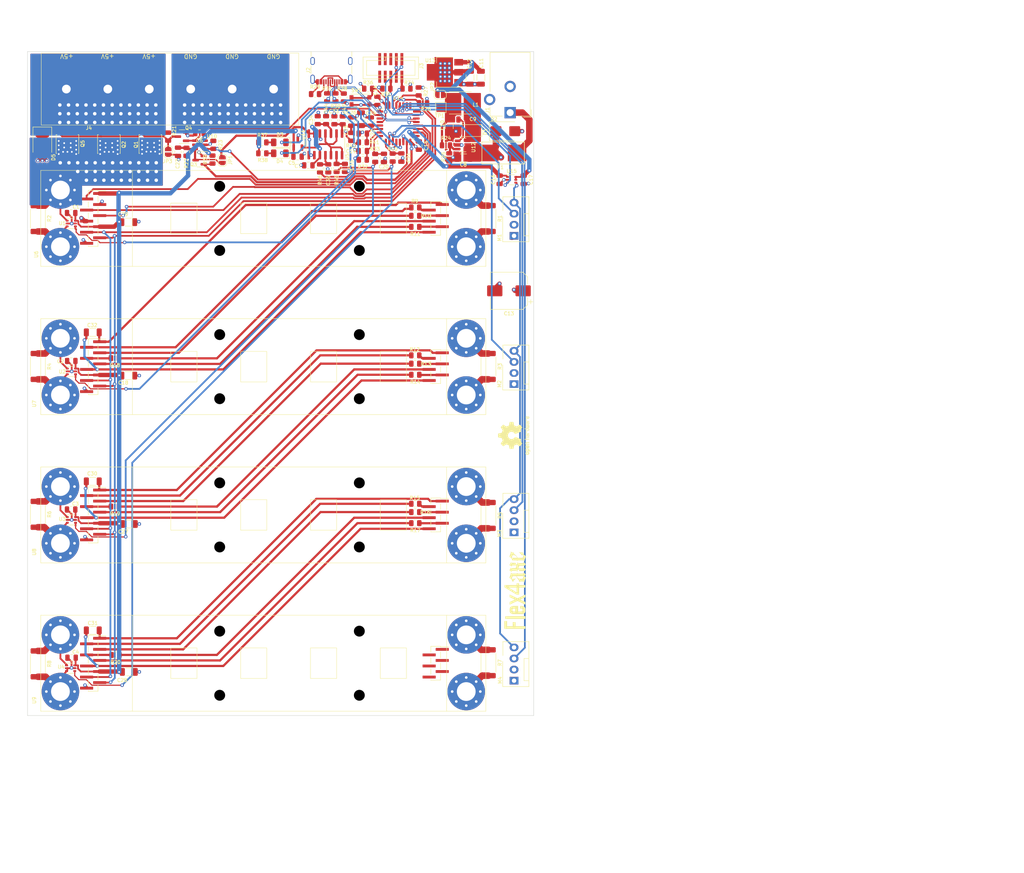
<source format=kicad_pcb>
(kicad_pcb (version 20240108) (generator "pcbnew") (generator_version "8.0")
  (title_block (rev "302"))
  (layers (0 "F.Cu" signal) (1 "In1.Cu" signal) (2 "In2.Cu" signal) (31 "B.Cu" signal) (34 "B.Paste" user) (35 "F.Paste" user) (36 "B.SilkS" user "B.Silkscreen") (37 "F.SilkS" user "F.Silkscreen") (38 "B.Mask" user) (39 "F.Mask" user) (44 "Edge.Cuts" user))
  (net 0 "")
  (net 1 "GND")
  (net 2 "/flex/1V8_1")
  (net 3 "/flex/1V8_0")
  (net 4 "/flex/NRSTO_0")
  (net 5 "/flex/BO_0")
  (net 6 "/flex/RI_0")
  (net 7 "/flex/CO_0")
  (net 8 "/flex/GND_0")
  (net 9 "/flex/1V8_2")
  (net 10 "/flex/RESET")
  (net 11 "/flex/RXD")
  (net 12 "/flex/TXD")
  (net 13 "+12V")
  (net 14 "Net-(U12-BS)")
  (net 15 "+5V")
  (net 22 "/flex/BO_1")
  (net 23 "/flex/BO_2")
  (net 24 "/flex/NRSTO_2")
  (net 25 "/flex/RI_2")
  (net 26 "/flex/CO_2")
  (net 27 "/flex/GND_2")
  (net 28 "/flex/NRSTO_1")
  (net 29 "/flex/RI_1")
  (net 30 "/flex/CO_1")
  (net 31 "/flex/GND_1")
  (net 32 "+3V3A")
  (net 33 "Net-(U6-NRSTO)")
  (net 34 "Net-(U6-BO)")
  (net 35 "Net-(U6-CO)")
  (net 36 "Net-(U7-NRSTO)")
  (net 37 "Net-(U7-BO)")
  (net 38 "Net-(U7-CO)")
  (net 39 "Net-(U8-NRSTO)")
  (net 40 "Net-(U8-BO)")
  (net 41 "Net-(U8-CO)")
  (net 42 "Net-(U7-RO)")
  (net 43 "Net-(U8-RO)")
  (net 44 "Net-(U9-RO)")
  (net 45 "Net-(U1-IN-)")
  (net 46 "Net-(U2-IN-)")
  (net 47 "Net-(U3-IN-)")
  (net 48 "/flex/V_FLEX1")
  (net 49 "+3V3")
  (net 50 "/flex/V_FLEX2")
  (net 51 "/flex/V_FLEX3")
  (net 52 "/flex/V_FLEX4")
  (net 53 "/Power/Q")
  (net 54 "+5V_PWR")
  (net 55 "+5V_PWR_EXT")
  (net 56 "/flex/1.5V")
  (net 57 "Net-(JP1-A)")
  (net 58 "Net-(D1-K)")
  (net 59 "Net-(JP2-A)")
  (net 60 "Net-(U14-PA1)")
  (net 61 "Net-(U14-PA2)")
  (net 62 "Net-(U14-PA3)")
  (net 63 "Net-(U14-PA0)")
  (net 64 "/stm32/LED2")
  (net 65 "Net-(D3-A)")
  (net 66 "/stm32/LED1")
  (net 67 "Net-(D4-A)")
  (net 68 "Net-(F1-Pad2)")
  (net 69 "unconnected-(J2-VBUS-PadA4)")
  (net 70 "Net-(J2-CC1)")
  (net 71 "Net-(J2-D+-PadA6)")
  (net 72 "Net-(J2-D--PadA7)")
  (net 74 "Net-(J2-CC2)")
  (net 76 "/stm32/NRST")
  (net 77 "/stm32/SWDIO")
  (net 79 "/stm32/SWCLK")
  (net 84 "Net-(Q3-G)")
  (net 85 "Net-(U12-FB)")
  (net 86 "/flex/SCL")
  (net 87 "/stm32/USB_D-")
  (net 88 "/stm32/USB_D+")
  (net 89 "Net-(U14-BOOT0)")
  (net 90 "Net-(U5D--)")
  (net 92 "/flex/TACHO1")
  (net 93 "/flex/TACHO2")
  (net 95 "/flex/TACHO3")
  (net 96 "/flex/TACHO4")
  (net 97 "/Power/PWR_EN")
  (net 98 "/flex/SDA")
  (net 99 "/flex/SHUTDOWN")
  (net 100 "/flex/PWM")
  (net 101 "Net-(JP3-B)")
  (net 102 "/stm32/PWM_3V3")
  (net 103 "Net-(U5C--)")
  (net 104 "Net-(U5B--)")
  (net 105 "Net-(U5A--)")
  (footprint "Connector:FanPinHeader_1x04_P2.54mm_Vertical" (layer "F.Cu") (at 165 142 90)
    (property "Reference" "M3")
    (property "Value" "Fan_4pin")
  )
  (footprint "Connector:FanPinHeader_1x04_P2.54mm_Vertical" (layer "F.Cu") (at 165 74 90)
    (property "Reference" "M1")
    (property "Value" "Fan_4pin")
  )
  (footprint "Capacitor_SMD:C_0805_2012Metric" (layer "F.Cu") (at 63.5254 102.6922 180)
    (property "Reference" "C2")
    (property "Value" "100n")
  )
  (footprint "Resistor_SMD:R_0805_2012Metric" (layer "F.Cu") (at 119.402 41.497)
    (property "Reference" "R29")
    (property "Value" "5.1k")
  )
  (footprint "myfootprints:dummy" (layer "F.Cu") (at 54 92)
    (property "Reference" "REF**" (hide yes))
    (property "Value" "dummy")
  )
  (footprint "Resistor_SMD:R_0805_2012Metric" (layer "F.Cu") (at 95.885 56.515 90)
    (property "Reference" "R39")
    (property "Value" "10k")
  )
  (footprint "Inductor_SMD:L_Taiyo-Yuden_NR-50xx" (layer "F.Cu") (at 152.692 43.515 180)
    (property "Reference" "L1")
    (property "Value" "4.7µH/2A/3A")
  )
  (footprint "Connector:FanPinHeader_1x04_P2.54mm_Vertical" (layer "F.Cu") (at 165 108 90)
    (property "Reference" "M2")
    (property "Value" "Fan_4pin")
  )
  (footprint "Capacitor_SMD:C_1206_3216Metric" (layer "F.Cu") (at 153.416 56.134 180)
    (property "Reference" "C8")
    (property "Value" "10µ/50V")
  )
  (footprint "Resistor_SMD:R_0805_2012Metric" (layer "F.Cu") (at 142.367 135.443 180)
    (property "Reference" "R15")
    (property "Value" "22")
  )
  (footprint "myfootprints:FLEXAXE" (layer "F.Cu") (at 104.542 172 90)
    (property "Reference" "U9")
    (property "Value" "U9")
  )
  (footprint "Capacitor_SMD:C_0805_2012Metric" (layer "F.Cu") (at 132.175 47.8 90)
    (property "Reference" "C24")
    (property "Value" "100n")
  )
  (footprint "Jumper:SolderJumper-2_P1.3mm_Open_RoundedPad1.0x1.5mm" (layer "F.Cu") (at 148.082 41.656 180)
    (property "Reference" "JP2")
    (property "Value" "SolderJumper_2_Open")
  )
  (footprint "Resistor_SMD:R_0805_2012Metric" (layer "F.Cu") (at 124.333 58.42 90)
    (property "Reference" "R45")
    (property "Value" "0")
  )
  (footprint "Resistor_SMD:R_0805_2012Metric" (layer "F.Cu") (at 120.015 47.4745 90)
    (property "Reference" "C34")
    (property "Value" "-")
  )
  (footprint "Package_TO_SOT_SMD:SOT-23" (layer "F.Cu") (at 115.443 52.832 90)
    (property "Reference" "U11")
    (property "Value" "ISL21080CIH315Z-TK")
  )
  (footprint "Resistor_SMD:R_0805_2012Metric" (layer "F.Cu") (at 130.3375 56.55 180)
    (property "Reference" "R32")
    (property "Value" "1k")
  )
  (footprint "myfootprints:FLEXAXE" (layer "F.Cu") (at 104.542 104 90)
    (property "Reference" "U7")
    (property "Value" "U7")
  )
  (footprint "Capacitor_SMD:C_1206_3216Metric" (layer "F.Cu") (at 154.902 37.747 -90)
    (property "Reference" "C12")
    (property "Value" "22µ/16V")
  )
  (footprint "Diode_SMD:D_SOD-128" (layer "F.Cu") (at 154.47 49.865 180)
    (property "Reference" "D1")
    (property "Value" "PMEG4030EP,115")
  )
  (footprint "Diode_SMD:D_SMB" (layer "F.Cu") (at 163 50)
    (property "Reference" "D2")
    (property "Value" "SMBJ12A")
  )
  (footprint "LED_SMD:LED_1206_3216Metric" (layer "F.Cu") (at 111.315 52.578 180)
    (property "Reference" "D3")
    (property "Value" "LED")
  )
  (footprint "Capacitor_SMD:C_0805_2012Metric" (layer "F.Cu") (at 92.908499 50.4444 180)
    (property "Reference" "C6")
    (property "Value" "100n")
  )
  (footprint "Resistor_SMD:R_2512_6332Metric" (layer "F.Cu") (at 55.88 103.947 -90)
    (property "Reference" "R4")
    (property "Value" "1")
  )
  (footprint "flexaxe:flex4axe" (layer "F.Cu") (at 165.25 155.25 90)
    (property "Reference" "G***" (hide yes))
    (property "Value" "LOGO" (hide yes))
  )
  (footprint "Resistor_SMD:R_0805_2012Metric" (layer "F.Cu") (at 131.572 40.259)
    (property "Reference" "R36")
    (property "Value" "100k")
  )
  (footprint "Capacitor_SMD:C_0805_2012Metric" (layer "F.Cu") (at 135.175 56.1375 -90)
    (property "Reference" "C20")
    (property "Value" "100n")
  )
  (footprint "Resistor_SMD:R_2512_6332Metric" (layer "F.Cu") (at 55.88 137.856 -90)
    (property "Reference" "R6")
    (property "Value" "1")
  )
  (footprint "Capacitor_SMD:C_1206_3216Metric" (layer "F.Cu") (at 76.581 106.045)
    (property "Reference" "C18")
    (property "Value" "10µ/50V")
  )
  (footprint "Resistor_SMD:R_0805_2012Metric" (layer "F.Cu") (at 73.533 102.042 180)
    (property "Reference" "R18")
    (property "Value" "22")
  )
  (footprint "Resistor_SMD:R_0805_2012Metric" (layer "F.Cu") (at 143.129 40.894 -90)
    (property "Reference" "R27")
    (property "Value" "1.5k")
  )
  (footprint "Jumper:SolderJumper-2_P1.3mm_Open_RoundedPad1.0x1.5mm" (layer "F.Cu") (at 85.75 54.75 90)
    (property "Reference" "JP3")
    (property "Value" "SolderJumper_2_Open")
  )
  (footprint "Resistor_SMD:R_0805_2012Metric" (layer "F.Cu") (at 107.315 55.078)
    (property "Reference" "R38")
    (property "Value" "560")
  )
  (footprint "Resistor_SMD:R_0805_2012Metric" (layer "F.Cu") (at 150.152 55.997 -90)
    (property "Reference" "R25")
    (property "Value" "16.3k")
  )
  (footprint "Capacitor_SMD:C_1206_3216Metric" (layer "F.Cu") (at 157.402 37.747 -90)
    (property "Reference" "C11")
    (property "Value" "10µ/50V")
  )
  (footprint "Resistor_SMD:R_0805_2012Metric" (layer "F.Cu") (at 149.402 53.247)
    (property "Reference" "R24")
    (property "Value" "84.5k")
  )
  (footprint "Capacitor_SMD:C_0805_2012Metric" (layer "F.Cu") (at 115.388 55.8505)
    (property "Reference" "C5")
    (property "Value" "100n")
  )
  (footprint "Capacitor_SMD:C_0805_2012Metric" (layer "F.Cu") (at 143.175 53.3 -90)
    (property "Reference" "C15")
    (property "Value" "100n")
  )
  (footprint "Resistor_SMD:R_2512_6332Metric" (layer "F.Cu") (at 55.88 70.038 -90)
    (property "Reference" "R2")
    (property "Value" "1")
  )
  (footprint "Resistor_SMD:R_0805_2012Metric" (layer "F.Cu") (at 142.367 103.312 180)
    (property "Reference" "R13")
    (property "Value" "22")
  )
  (footprint "Resistor_SMD:R_0805_2012Metric" (layer "F.Cu") (at 73.66 170.114 180)
    (property "Reference" "R20")
    (property "Value" "22")
  )
  (footprint "myfootprints:PinHeader_IDC_2x05_P1.27mm_Vertical_SMD" (layer "F.Cu") (at 136.75 35.5 -90)
    (property "Reference" "J3")
    (property "Value" "SWD")
  )
  (footprint "myfootprints:dummy" (layer "F.Cu") (at 54 160)
    (property "Reference" "REF**" (hide yes))
    (property "Value" "dummy")
  )
  (footprint "myfootprints:dummy" (layer "F.Cu") (at 173.863 151.003 180)
    (property "Reference" "REF**" (hide yes))
    (property "Value" "dummy")
  )
  (footprint "Resistor_SMD:R_0805_2012Metric" (layer "F.Cu") (at 140.335 40.259)
    (property "Reference" "R34")
    (property "Value" "10k")
  )
  (footprint "TestPoint:TestPoint_Pad_2.0x2.0mm" (layer "F.Cu") (at 148.209 44.577)
    (property "Reference" "TP1")
    (property "Value" "3V3")
  )
  (footprint "Capacitor_SMD:C_0805_2012Metric" (layer "F.Cu") (at 133.675 43.05 90)
    (property "Reference" "C14")
    (property "Value" "100n")
  )
  (footprint "Package_TO_SOT_SMD:SOT-23" (layer "F.Cu") (at 88.9 51.25 180)
    (property "Reference" "Q4")
    (property "Value" "BSS138")
  )
  (footprint "myfootprints:fuseholder_littlefuse_blok" (layer "F.Cu") (at 162.5 55)
    (property "Reference" "F1")
    (property "Value" "0.5A")
  )
  (footprint "Capacitor_SMD:C_0805_2012Metric" (layer "F.Cu") (at 139.175 56.05 -90)
    (property "Reference" "C21")
    (property "Value" "100n")
  )
  (footprint "Resistor_SMD:R_0805_2012Metric" (layer "F.Cu") (at 96.083499 53.1384 -90)
    (property "Reference" "R23")
    (property "Value" "10k")
  )
  (footprint "Resistor_SMD:R_0805_2012Metric" (layer "F.Cu") (at 127.675 51.3 -90)
    (property "Reference" "R42")
    (property "Value" "22")
  )
  (footprint "Package_TO_SOT_SMD:SOT-23-6" (layer "F.Cu") (at 93.029999 53.1304 180)
    (property "Reference" "U10")
    (property "Value" "74LVC1G175")
  )
  (footprint "Capacitor_SMD:C_0805_2012Metric" (layer "F.Cu") (at 153.2 47.325)
    (property "Reference" "C9")
    (property "Value" "10n/250V")
  )
  (footprint "Resistor_SMD:R_0805_2012Metric" (layer "F.Cu") (at 122.428 58.5235 -90)
    (property "Reference" "C36")
    (property "Value" "-")
  )
  (footprint "Resistor_SMD:R_0805_2012Metric" (layer "F.Cu") (at 122.152 42.247 90)
    (property "Reference" "R31")
    (property "Value" "22")
  )
  (footprint "Capacitor_SMD:C_1206_3216Metric" (layer "F.Cu") (at 68.453 130.302 180)
    (property "Reference" "C30")
    (property "Value" "10µ/50V")
  )
  (footprint "Package_TO_SOT_SMD:SOT-23-6" (layer "F.Cu") (at 153.2 53.167)
    (property "Reference" "U12")
    (property "Value" "AP3211")
  )
  (footprint "Resistor_SMD:R_2512_6332Metric" (layer "F.Cu") (at 55.88 172.146 -90)
    (property "Reference" "R8")
    (property "Value" "1")
  )
  (footprint "Package_TO_SOT_SMD:SOT-363_SC-70-6" (layer "F.Cu") (at 63.561 105.09)
    (property "Reference" "U2")
    (property "Value" "INA500DCK")
  )
  (footprint "myfootprints:FLEXAXE" (layer "F.Cu") (at 104.542 138 90)
    (property "Reference" "U8")
    (property "Value" "U8")
  )
  (footprint "Resistor_SMD:R_0805_2012Metric" (layer "F.Cu") (at 121.92 47.4745 -90)
    (property "Reference" "R44")
    (property "Value" "0")
  )
  (footprint "Package_TO_SOT_SMD:SOT-363_SC-70-6" (layer "F.Cu") (at 63.5235 71.181)
    (property "Reference" "U1")
    (property "Value" "INA500DCK")
  )
  (footprint "Resistor_SMD:R_0805_2012Metric" (layer "F.Cu") (at 89.916 54.737 -90)
    (property "Reference" "R22")
    (property "Value" "10k")
  )
  (footprint "myfootprints:dummy" (layer "F.Cu") (at 113.4364 121.4628)
    (property "Reference" "REF**" (hide yes))
    (property "Value" "dummy")
  )
  (footprint "Capacitor_SMD:C_0805_2012Metric" (layer "F.Cu") (at 117.856 57.8358 180)
    (property "Reference" "C7")
    (property "Value" "100n")
  )
  (footprint "Capacitor_SMD:C_1206_3216Metric" (layer "F.Cu") (at 68.453 96.139 180)
    (property "Reference" "C32")
    (property "Value" "10µ/50V")
  )
  (footprint "Resistor_SMD:R_0805_2012Metric" (layer "F.Cu") (at 123.825 47.498 90)
    (property "Reference" "C33")
    (property "Value" "-")
  )
  (footprint "Capacitor_SMD:C_0805_2012Metric" (layer "F.Cu") (at 167.2 61.15 -90)
    (property "Reference" "C17")
    (property "Value" "100n")
  )
  (footprint "myfootprints:dummy" (layer "F.Cu") (at 54 58)
    (property "Reference" "REF**" (hide yes))
    (property "Value" "dummy")
  )
  (footprint "Resistor_SMD:R_2512_6332Metric" (layer "F.Cu") (at 159.131 171.892 -90)
    (property "Reference" "R7")
    (property "Value" "1")
  )
  (footprint "Package_TO_SOT_SMD:LFPAK56" (layer "F.Cu") (at 81.652 52.947 -90)
    (property "Reference" "Q1")
    (property "Value" "TPH1R712MD,L1Q")
  )
  (footprint "myfootprints:dummy" (layer "F.Cu") (at 78.5462 183.007)
    (property "Reference" "REF**" (hide yes))
    (property "Value" "dummy")
  )
  (footprint "Resistor_SMD:R_0805_2012Metric" (layer "F.Cu") (at 142.367 101.407 180)
    (property "Reference" "R12")
    (property "Value" "22")
  )
  (footprint "Capacitor_SMD:C_0805_2012Metric" (layer "F.Cu") (at 130.3375 54.55 180)
    (property "Reference" "C19")
    (property "Value" "100n")
  )
  (footprint "Capacitor_SMD:C_1206_3216Metric" (layer "F.Cu") (at 129.921 47.244 90)
    (property "Reference" "C26")
    (property "Value" "10µ/50V")
  )
  (footprint "Capacitor_SMD:C_0805_2012Metric" (layer "F.Cu") (at 127.675 47.8 90)
    (property "Reference" "C25")
    (property "Value" "1µ")
  )
  (footprint "Resistor_SMD:R_0805_2012Metric" (layer "F.Cu") (at 142.367 105.852 180)
    (property "Reference" "R14")
    (property "Value" "22")
  )
  (footprint "LED_SMD:LED_1206_3216Metric" (layer "F.Cu") (at 111.315 55.078 180)
    (property "Reference" "D4")
    (property "Value" "LED")
  )
  (footprint "Resistor_SMD:R_0805_2012Metric" (layer "F.Cu") (at 142.367 69.403 180)
    (property "Reference" "R10")
    (property "Value" "22")
  )
  (footprint "Package_TO_SOT_SMD:SOT-223-3_TabPin2" (layer "F.Cu") (at 149.152 36.497 180)
    (property "Reference" "U13")
    (property "Value" "1117-3.3")
  )
  (footprint "Connector_USB:USB_C_Receptacle_GCT_USB4105-xx-A_16P_TopMnt_Horizontal" (layer "F.Cu") (at 123.152 34.997 180)
    (property "Reference" "J2")
    (property "Value" "USB_C_Receptacle_USB2.0")
  )
  (footprint "Resistor_SMD:R_0805_2012Metric" (layer "F.Cu") (at 125.984 42.291 90)
    (property "Reference" "R28")
    (property "Value" "5.1k")
  )
  (footprint "myfootprints:BARRIER-TERMINAL-ANYTEK" (layer "F.Cu") (at 86.152 40.349)
    (property "Reference" "J4")
    (property "Value" "Conn_01x06")
  )
  (footprint "Capacitor_SMD:C_0805_2012Metric" (layer "F.Cu") (at 87.9856 54.737 -90)
    (property "Reference" "C23")
    (property "Value" "100n")
  )
  (footprint "Resistor_SMD:R_2512_6332Metric" (layer "F.Cu") (at 159.131 138.11 -90)
    (property "Reference" "R5")
    (property "Value" "1")
  )
  (footprint "Package_TO_SOT_SMD:SOT-23" (layer "F.Cu") (at 92.964 56.642 180)
    (property "Reference" "Q3")
    (property "Value" "BSS138")
  )
  (footprint "Capacitor_SMD:C_1206_3216Metric" (layer "F.Cu") (at 76.581 70.866)
    (property "Reference" "C29")
    (property "Value" "10µ/50V")
  )
  (footprint "Resistor_SMD:R_0805_2012Metric" (layer "F.Cu") (at 124.079 42.247 90)
    (property "Reference" "R30")
    (property "Value" "22")
  )
  (footprint "Resistor_SMD:R_0805_2012Metric" (layer "F.Cu") (at 144.145 43.561 180)
    (property "Reference" "R26")
    (property "Value" "1.5k")
  )
  (footprint "Resistor_SMD:R_0805_2012Metric" (layer "F.Cu") (at 107.315 52.578)
    (property "Reference" "R37")
    (property "Value" "560")
  )
  (footprint "Connector_BarrelJack:BarrelJack_CUI_PJ-102AH_Horizontal" (layer "F.Cu") (at 164.102 45.747 180)
    (property "Reference" "J1")
    (property "Value" "Barrel_Jack_Switch")
  )
  (footprint "Capacitor_SMD:CP_Elec_8x10" (layer "F.Cu") (at 163.83 86.614 180)
    (property "Reference" "C13")
    (property "Value" "330µ")
  )
  (footprint "Capacitor_SMD:C_0805_2012Metric" (layer "F.Cu") (at 63.5 68.7578 180)
    (property "Reference" "C1")
    (property "Value" "100n")
  )
  (footprint "myfootprints:dummy" (layer "F.Cu") (at 173.863 117.094 180)
    (property "Reference" "REF**" (hide yes))
    (property "Value" "dummy")
  )
  (footprint "Connector:FanPinHeader_1x04_P2.54mm_Vertical" (layer "F.Cu") (at 165 176 90)
    (property "Reference" "M4")
    (property "Value" "Fan_4pin")
  )
  (footprint "Capacitor_SMD:C_0805_2012Metric" (layer "F.Cu") (at 63.495 136.7536 180)
    (property "Reference" "C3")
    (property "Value" "100n")
  )
  (footprint "Capacitor_SMD:C_1206_3216Metric" (layer "F.Cu") (at 76.708 173.99)
    (property "Reference" "C28")
    (property "Value" "10µ/50V")
  )
  (footprint "Capacitor_SMD:C_0805_2012Metric" (layer "F.Cu") (at 130.3375 50.55 180)
    (property "Reference" "C22")
    (property "Value" "100n")
  )
  (footprint "Package_SO:SOIC-14_3.9x8.7mm_P1.27mm" (layer "F.Cu") (at 121.77 53.025 90)
    (property "Reference" "U5")
    (property "Value" "LM339")
  )
  (footprint "Resistor_SMD:R_0805_2012Metric" (layer "F.Cu") (at 142.367 67.498 180)
    (property "Reference" "R9")
    (property "Value" "22")
  )
  (footprint "myfootprints:dummy" (layer "F.Cu") (at 173.863 83.185 180)
    (property "Reference" "REF**" (hide yes))
    (property "Value" "dummy")
  )
  (footprint "Package_TO_SOT_SMD:SOT-363_SC-70-6" (layer "F.Cu") (at 63.373 173.147)
    (property "Reference" "U4")
    (property "Value" "INA500DCK")
  )
  (footprint "Resistor_SMD:R_0805_2012Metric" (layer "F.Cu") (at 142.367 71.943 180)
    (property "Reference" "R11")
    (property "Value" "22")
  )
  (footprint "Resistor_SMD:R_0805_2012Metric" (layer "F.Cu") (at 142.367 139.888 180)
    (property "Reference" "R17")
    (property "Value" "22")
  )
  (footprint "Capacitor_SMD:C_1206_3216Metric" (layer "F.Cu") (at 150.152 48.722 -90)
    (property "Reference" "C10")
    (property "Value" "22µ/16V")
  )
  (footprint "Capacitor_SMD:C_0805_2012Metric" (layer "F.Cu") (at 63.6016 170.7388 180)
    (property "Reference" "C4")
    (property "Value" "100n")
  )
  (footprint "myfootprints:dummy" (layer "F.Cu") (at 173.863 184.912 180)
    (property "Reference" "REF**" (hide yes))
    (property "Value" "dummy")
  )
  (footprint "Resistor_SMD:R_0805_2012Metric" (layer "F.Cu") (at 135.7395 40.247)
    (property "Reference" "R35")
    (property "Value" "10k")
  )
  (footprint "Capacitor_SMD:C_0805_2012Metric" (layer "F.Cu") (at 161.7 61.15 -90)
    (property "Reference" "C16")
    (property "Value" "100n")
  )
  (footprint "Resistor_SMD:R_0805_2012Metric" (layer "F.Cu") (at 137.175 56.05 -90)
    (property "Reference" "R40")
    (property "Value" "1k")
  )
  (footprint "Package_TO_SOT_SMD:LFPAK56" (layer "F.Cu") (at 72.152 52.947 -90)
    (property "Reference" "Q2")
    (property "Value" "TPH1R712MD,L1Q")
  )
  (footprint "Resistor_SMD:R_0805_2012Metric" (layer "F.Cu") (at 142.367 137.348 180)
    (property "Reference" "R16")
    (property "Value" "22")
  )
  (footprint "Diode_SMD:D_SMB" (layer "F.Cu") (at 56.896 52.714 -90)
    (property "Reference" "D5")
    (property "Value" "SMBJ5.0A")
  )
  (footprint "Button_Switch_SMD:SW_Push_1P1T_NO_CK_KMR2" (layer "F.Cu") (at 129.794 43.053)
    (property "Reference" "SW1")
    (property "Value" "boot")
  )
  (footprint "Resistor_SMD:R_0805_2012Metric" (layer "F.Cu") (at 133.175 56.1375 -90)
    (property "Reference" "R33")
    (property "Value" "1k")
  )
  (footprint "Capacitor_SMD:C_1206_3216Metric" (layer "F.Cu") (at 68.453 164.465 180)
    (property "Reference" "C31")
    (property "Value" "10µ/50V")
  )
  (footprint "Resistor_SMD:R_0805_2012Metric" (layer "F.Cu") (at 130.3375 52.55 180)
    (property "Reference" "R41")
    (property "Value" "1k")
  )
  (footprint "Resistor_SMD:R_0805_2012Metric" (layer "F.Cu") (at 73.533 136.078 180)
    (property "Reference" "R19")
    (property "Value" "22")
  )
  (footprint "Resistor_SMD:R_2512_6332Metric" (layer "F.Cu") (at 159.131 103.947 -90)
    (property "Reference" "R3")
    (property "Value" "1")
  )
  (footprint "Capacitor_SMD:C_1206_3216Metric" (layer "F.Cu") (at 76.708 140.081)
    (property "Reference" "C27")
    (property "Value" "10µ/50V")
  )
  (footprint "Resistor_SMD:R_0805_2012Metric" (layer "F.Cu") (at 85.725 51.25 90)
    (property "Reference" "R21")
    (property "Value" "10k")
  )
  (footprint "Jumper:SolderJumper-2_P1.3mm_Open_RoundedPad1.0x1.5mm" (layer "F.Cu") (at 98.171 56.642 -90)
    (property "Reference" "JP1")
    (property "Value" "SolderJumper_2_Open")
  )
  (footprint "Resistor_SMD:R_2512_6332Metric" (layer "F.Cu") (at 159.131 70.038 -90)
    (property "Reference" "R1")
    (property "Value" "1")
  )
  (footprint "Package_TO_SOT_SMD:SOT-363_SC-70-6" (layer "F.Cu") (at 164.45 61.15)
    (property "Reference" "U15")
    (property "Value" "TXU0101")
  )
  (footprint "Symbol:OSHW-Logo2_9.8x8mm_SilkScreen" (layer "F.Cu") (at 165.05 119.775 90)
    (property "Reference" "REF**" (hide yes))
    (property "Value" "OSHW-Logo2_9.8x8mm_SilkScreen" (hide yes))
  )
  (footprint "Package_TO_SOT_SMD:SOT-363_SC-70-6" (layer "F.Cu") (at 63.561 139.141)
    (property "Reference" "U3")
    (property "Value" "INA500DCK")
  )
  (footprint "myfootprints:dummy" (layer "F.Cu") (at 54 126)
    (property "Reference" "REF**" (hide yes))
    (property "Value" "dummy")
  )
  (footprint "Resistor_SMD:R_0805_2012Metric" (layer "F.Cu") (at 125.73 47.5215 -90)
    (property "Reference" "R43")
    (property "Value" "0")
  )
  (footprint "Package_QFP:LQFP-32_7x7mm_P0.8mm" (layer "F.Cu") (at 138.425 48.3)
    (property "Reference" "U14")
    (property "Value" "STM32L072KZT6")
  )
  (footprint "myfootprints:FLEXAXE" (layer "F.Cu") (at 104.542 70 90)
    (property "Reference" "U6")
    (property "Value" "U6")
  )
  (footprint "Resistor_SMD:R_0805_2012Metric" (layer "F.Cu") (at 120.523 58.5235 90)
    (property "Reference" "R46")
    (property "Value" "0")
  )
  (footprint "Package_TO_SOT_SMD:LFPAK56" (layer "F.Cu") (at 62.652 52.947 -90)
    (property "Reference" "Q5")
    (property "Value" "TPH1R712MD,L1Q")
  )
  (footprint "Resistor_SMD:R_0805_2012Metric" (layer "F.Cu") (at 126.238 58.42 -90)
    (property "Reference" "C35")
    (property "Value" "-")
  )
  (gr_line (start 53.5 31.747) (end 169.5 31.75) (stroke (width 0.1)) (layer "Edge.Cuts"))
  (gr_line (start 169.5 184) (end 53.5 184) (stroke (width 0.1)) (layer "Edge.Cuts"))
  (gr_line (start 53.5 184) (end 53.5 31.747) (stroke (width 0.1)) (layer "Edge.Cuts"))
  (gr_line (start 169.5 31.75) (end 169.5 184) (stroke (width 0.1)) (layer "Edge.Cuts"))
  (gr_text "GND" (at 111.5 32.258 180) (layer "F.SilkS") (effects (font (size 1 1)) (justify left bottom)))
  (gr_text "GND" (at 92.5 32.258 180) (layer "F.SilkS") (effects (font (size 1 1)) (justify left bottom)))
  (gr_text "+5V" (at 83 32.258 180) (layer "F.SilkS") (effects (font (size 1 1)) (justify left bottom)))
  (gr_text "+5V" (at 73.5 32.258 180) (layer "F.SilkS") (effects (font (size 1 1)) (justify left bottom)))
  (gr_text "+5V" (at 64.135 32.258 180) (layer "F.SilkS") (effects (font (size 1 1)) (justify left bottom)))
  (gr_text "GND" (at 102 32.258 180) (layer "F.SilkS") (effects (font (size 1 1)) (justify left bottom)))
  (segment (start 63.627 105.09) (end 63.627 103.679) (width 0.4) (layer "F.Cu") (net 1))
  (segment (start 126.238 59.3325) (end 126.906218 59.3325) (width 0.5) (layer "F.Cu") (net 1))
  (segment (start 132.175 46.85) (end 131.175 46.85) (width 0.5) (layer "F.Cu") (net 1))
  (segment (start 131.175 46.85) (end 129.925 45.6) (width 0.5) (layer "F.Cu") (net 1))
  (segment (start 88.011 55.6495) (end 88.011 56.388) (width 0.4) (layer "F.Cu") (net 1))
  (segment (start 139.175 56.4769) (end 139.5 56.1519) (width 0.4) (layer "F.Cu") (net 1))
  (segment (start 62.616 176.926) (end 61.042 178.5) (width 0.4) (layer "F.Cu") (net 1))
  (segment (start 119.952 40.0345) (end 118.4895 41.497) (width 0.3) (layer "F.Cu") (net 1))
  (segment (start 164.525 74.475) (end 165 74) (width 1) (layer "F.Cu") (net 1))
  (segment (start 126.897 38.677) (end 127.472 38.102) (width 0.5) (layer "F.Cu") (net 1))
  (segment (start 78.564 106.045) (end 79.121 106.045) (width 0.5) (layer "F.Cu") (net 1))
  (segment (start 162.648319 61.151681) (end 162.649935 61.151681) (width 0.4) (layer "F.Cu") (net 1))
  (segment (start 62.5735 71.181) (end 64.4735 71.181) (width 0.4) (layer "F.Cu") (net 1))
  (segment (start 120.015 46.562) (end 120.015 45.847) (width 0.4) (layer "F.Cu") (net 1))
  (segment (start 126.906218 59.3325) (end 127.091859 59.146859) (width 0.5) (layer "F.Cu") (net 1))
  (segment (start 151.938 50.197) (end 152.27 49.865) (width 0.5) (layer "F.Cu") (net 1))
  (segment (start 62.611 105.09) (end 63.627 105.09) (width 0.4) (layer "F.Cu") (net 1))
  (segment (start 62.611 139.141) (end 63.627 139.141) (width 0.4) (layer "F.Cu") (net 1))
  (segment (start 67.042 109.715) (end 67.042 109.46) (width 0.5) (layer "F.Cu") (net 1))
  (segment (start 161.7 62.1) (end 162.648319 61.151681) (width 0.4) (layer "F.Cu") (net 1))
  (segment (start 127.675 46.85) (end 128.675 46.85) (width 0.5) (layer "F.Cu") (net 1))
  (segment (start 67.042 143.369) (end 66.675 143.002) (width 0.5) (layer "F.Cu") (net 1))
  (segment (start 85.75 55.4) (end 87.7615 55.4) (width 0.4) (layer "F.Cu") (net 1))
  (segment (start 157.402 39.222) (end 154.902 39.222) (width 1) (layer "F.Cu") (net 1))
  (segment (start 167.2 62.1) (end 168.201239 62.1) (width 0.4) (layer "F.Cu") (net 1))
  (segment (start 162.651616 61.15) (end 162.649935 61.151681) (width 0.4) (layer "F.Cu") (net 1))
  (segment (start 116.3005 55.7845) (end 116.967 55.118) (width 0.4) (layer "F.Cu") (net 1))
  (segment (start 126.742098 43.6779) (end 126.4584 43.6779) (width 0.4) (layer "F.Cu") (net 1))
  (segment (start 66.553957 70.635) (end 65.837596 69.918639) (width 1) (layer "F.Cu") (net 1))
  (segment (start 63.502781 173.147) (end 62.616 173.147) (width 0.4) (layer "F.Cu") (net 1))
  (segment (start 120.5 51.680393) (end 120.6864 51.866793) (width 0.4) (layer "F.Cu") (net 1))
  (segment (start 138.02 33.48) (end 138.02 37.52) (width 0.5) (layer "F.Cu") (net 1))
  (segment (start 135.625 44.05) (end 133.675 42.1) (width 0.5) (layer "F.Cu") (net 1))
  (segment (start 152.9882 53.167) (end 153 53.1788) (width 0.5) (layer "F.Cu") (net 1))
  (segment (start 94.167499 53.1304) (end 95.178999 53.1304) (width 0.4) (layer "F.Cu") (net 1))
  (segment (start 78.74 70.739) (end 78.994 70.739) (width 0.5) (layer "F.Cu") (net 1))
  (segment (start 122.428 58.8024) (end 122.301 58.6754) (width 0.5) (layer "F.Cu") (net 1))
  (segment (start 160.58 86.614) (end 160.58 86.054) (width 1) (layer "F.Cu") (net 1))
  (segment (start 67.042 70.635) (end 66.553957 70.635) (width 1) (layer "F.Cu") (net 1))
  (segment (start 141.4 52.475) (end 143.175 54.25) (width 0.5) (layer "F.Cu") (net 1))
  (segment (start 126.4584 43.6779) (end 125.984 43.2035) (width 0.4) (layer "F.Cu") (net 1))
  (segment (start 63.627 137.8275) (end 62.5825 136.783) (width 0.4) (layer "F.Cu") (net 1))
  (segment (start 78.691 140.081) (end 79.121 140.081) (width 0.5) (layer "F.Cu") (net 1))
  (segment (start 163.5 61.15) (end 162.651616 61.15) (width 0.4) (layer "F.Cu") (net 1))
  (segment (start 119.952 38.677) (end 119.407 38.677) (width 0.5) (layer "F.Cu") (net 1))
  (segment (start 134.321556 40.247) (end 134.032278 39.957722) (width 0.5) (layer "F.Cu") (net 1))
  (segment (start 116.9435 57.785) (end 116.205 57.785) (width 0.4) (layer "F.Cu") (net 1))
  (segment (start 63.627 139.141) (end 63.627 137.8275) (width 0.4) (layer "F.Cu") (net 1))
  (segment (start 168.201239 62.1) (end 168.3024 61.998839) (width 0.4) (layer "F.Cu") (net 1))
  (segment (start 67.042 75.678) (end 66.294 74.93) (width 0.5) (layer "F.Cu") (net 1))
  (segment (start 160.58 86.054) (end 161.671 84.963) (width 1) (layer "F.Cu") (net 1))
  (segment (start 63.627 103.679) (end 62.625 102.677) (width 0.4) (layer "F.Cu") (net 1))
  (segment (start 67.042 143.715) (end 67.042 143.369) (width 0.5) (layer "F.Cu") (net 1))
  (segment (start 166.832231 50) (end 166.8476 50.015369) (width 1) (layer "F.Cu") (net 1))
  (segment (start 152.0625 53.167) (end 152.9882 53.167) (width 0.5) (layer "F.Cu") (net 1))
  (segment (start 115.443 51.078582) (end 115.594582 50.927) (width 0.4) (layer "F.Cu") (net 1))
  (segment (start 63.585792 173.063989) (end 63.502781 173.147) (width 0.4) (layer "F.Cu") (net 1))
  (segment (start 119.407 38.677) (end 118.832 38.102) (width 0.5) (layer "F.Cu") (net 1))
  (segment (start 88.011 56.388) (end 88.138 56.515) (width 0.4) (layer "F.Cu") (net 1))
  (segment (start 67.042 75.715) (end 67.042 75.678) (width 0.5) (layer "F.Cu") (net 1))
  (segment (start 95.178999 53.1304) (end 96.083499 52.2259) (width 0.4) (layer "F.Cu") (net 1))
  (segment (start 120.5 50.55) (end 120.5 51.680393) (width 0.4) (layer "F.Cu") (net 1))
  (segment (start 90.207099 51.0079) (end 91.459499 51.0079) (width 0.5) (layer "F.Cu") (net 1))
  (segment (start 57.6505 175.1085) (end 61.042 178.5) (width 1.5) (layer "F.Cu") (net 1))
  (segment (start 115.443 51.8945) (end 115.443 51.078582) (width 0.4) (layer "F.Cu") (net 1))
  (segment (start 139.175 57) (end 139.175 56.4769) (width 0.4) (layer "F.Cu") (net 1))
  (segment (start 89.8375 50.3) (end 89.8375 50.638301) (width 0.5) (layer "F.Cu") (net 1))
  (segment (start 70.042 66.825) (end 70.042 66.6464) (width 0.4) (layer "F.Cu") (net 1))
  (segment (start 154.902 39.222) (end 152.727 39.222) (width 1) (layer "F.Cu") (net 1))
  (segment (start 157.6875 174.8545) (end 154.042 178.5) (width 1.5) (layer "F.Cu") (net 1))
  (segment (start 123.825 45.934641) (end 123.787159 45.8968) (width 0.4) (layer "F.Cu") (net 1))
  (segment (start 150.152 50.197) (end 151.938 50.197) (width 0.5) (layer "F.Cu") (net 1))
  (segment (start 123.825 46.5855) (end 123.825 45.934641) (width 0.4) (layer "F.Cu") (net 1))
  (segment (start 67.042 177.715) (end 67.042 177.405) (width 0.5) (layer "F.Cu") (net 1))
  (segment (start 62.616 173.147) (end 62.616 173.797) (width 0.4) (layer "F.Cu") (net 1))
  (segment (start 63.627 105.09) (end 64.511 105.09) (width 0.4) (layer "F.Cu") (net 1))
  (segment (start 63.585792 173.063989) (end 63.668803 173.147) (width 0.4) (layer "F.Cu") (net 1))
  (segment (start 67.042 177.405) (end 66.675 177.038) (width 0.5) (layer "F.Cu") (net 1))
  (segment (start 165.15 50) (end 166.832231 50) (width 1) (layer "F.Cu") (net 1))
  (segment (start 78.818 173.99) (end 79.121 173.99) (width 0.5) (layer "F.Cu") (net 1))
  (segment (start 63.585792 173.063989) (end 63.585792 171.643792) (width 0.4) (layer "F.Cu") (net 1))
  (segment (start 89.8375 50.638301) (end 90.207099 51.0079) (width 0.5) (layer "F.Cu") (net 1))
  (segment (start 70.042 66.6464) (end 70.5874 66.101) (width 0.4) (layer "F.Cu") (net 1))
  (segment (start 135.625 44.125) (end 135.625 44.05) (width 0.5) (layer "F.Cu") (net 1))
  (segment (start 55.88 175.1085) (end 57.6505 175.1085) (width 1.5) (layer "F.Cu") (net 1))
  (segment (start 63.585792 171.643792) (end 62.691 170.749) (width 0.4) (layer "F.Cu") (net 1))
  (segment (start 134.827 40.247) (end 134.321556 40.247) (width 0.5) (layer "F.Cu") (net 1))
  (segment (start 129.9356 50.55) (end 130.2356 50.25) (width 0.4) (layer "F.Cu") (net 1))
  (segment (start 91.459499 51.0079) (end 91.995999 50.4714) (width 0.5) (layer "F.Cu") (net 1))
  (segment (start 62.423 173.894) (end 61.042 175.275) (width 0.4) (layer "F.Cu") (net 1))
  (segment (start 135.175 56.575) (end 135.5 56.25) (width 0.4) (layer "F.Cu") (net 1))
  (segment (start 129.3875 50.55) (end 129.9356 50.55) (width 0.4) (layer "F.Cu") (net 1))
  (segment (start 63.627 71.181) (end 63.627 69.784) (width 0.4) (layer "F.Cu") (net 1))
  (segment (start 63.627 69.784) (end 62.611 68.768) (width 0.4) (layer "F.Cu") (net 1))
  (segment (start 129.3875 54.55) (end 128.8 54.55) (width 0.4) (layer "F.Cu") (net 1))
  (segment (start 93.628868 55.692) (end 92.791 54.854132) (width 0.4) (layer "F.Cu") (net 1))
  (segment (start 130.6595 40.259) (end 130.6595 39.9815) (width 0.3) (layer "F.Cu") (net 1))
  (segment (start 63.668803 173.147) (end 64.516 173.147) (width 0.4) (layer "F.Cu") (net 1))
  (segment (start 128.675 46.85) (end 129.925 45.6) (width 0.5) (layer "F.Cu") (net 1))
  (segment (start 116.3005 55.8505) (end 116.3005 55.7845) (width 0.4) (layer "F.Cu") (net 1))
  (segment (start 150.152 56.9095) (end 151.03075 56.03075) (width 0.5) (layer "F.Cu") (net 1))
  (segment (start 159.131 174.8545) (end 157.6875 174.8545) (width 1.5) (layer "F.Cu") (net 1))
  (segment (start 119.952 38.677) (end 119.952 40.0345) (width 0.3) (layer "F.Cu") (net 1))
  (segment (start 87.7615 55.4) (end 88.011 55.6495) (width 0.4) (layer "F.Cu") (net 1))
  (segment (start 128.8 54.55) (end 128.5 54.25) (width 0.4) (layer "F.Cu") (net 1))
  (segment (start 120.015 45.847) (end 120.142 45.72) (width 0.4) (layer "F.Cu") (net 1))
  (segment (start 63.627 139.141) (end 64.511 139.141) (width 0.4) (layer "F.Cu") (net 1))
  (segment (start 135.175 57.0875) (end 135.175 56.575) (width 0.4) (layer "F.Cu") (net 1))
  (segment (start 62.423 173.797) (end 62.423 173.894) (width 0.4) (layer "F.Cu") (net 1))
  (segment (start 67.042 109.46) (end 66.548 108.966) (width 0.5) (layer "F.Cu") (net 1))
  (segment (start 93.9015 55.692) (end 93.628868 55.692) (width 0.4) (layer "F.Cu") (net 1))
  (segment (start 122.428 59.436) (end 122.428 58.8024) (width 0.5) (layer "F.Cu") (net 1))
  (segment (start 152.727 39.222) (end 152.302 38.797) (width 1) (layer "F.Cu") (net 1))
  (segment (start 126.352 38.677) (end 126.897 38.677) (width 0.5) (layer "F.Cu") (net 1))
  (segment (start 130.6595 39.9815) (end 129.794 39.116) (width 0.3) (layer "F.Cu") (net 1))
  (segment (start 141.225 52.475) (end 141.4 52.475) (width 0.5) (layer "F.Cu") (net 1))
  (via (at 126.742098 43.6779) (size 0.8) (drill 0.4) (layers "F.Cu" "B.Cu") (net 1))
  (via (at 97.5 46) (size 1.3) (drill 0.8) (layers "F.Cu" "B.Cu") (net 1))
  (via (at 95.5 48) (size 1.3) (drill 0.8) (layers "F.Cu" "B.Cu") (net 1))
  (via (at 97.5 48) (size 1.3) (drill 0.8) (layers "F.Cu" "B.Cu") (net 1))
  (via (at 79.121 173.99) (size 0.8) (drill 0.4) (layers "F.Cu" "B.Cu") (net 1))
  (via (at 111.5 48) (size 1.3) (drill 0.8) (layers "F.Cu" "B.Cu") (net 1))
  (via (at 63.585792 173.063989) (size 0.8) (drill 0.4) (layers "F.Cu" "B.Cu") (net 1))
  (via (at 107.5 44) (size 1.3) (drill 0.8) (layers "F.Cu" "B.Cu") (net 1))
  (via (at 103.5 46) (size 1.3) (drill 0.8) (layers "F.Cu" "B.Cu") (net 1))
  (via (at 153 53.1788) (size 0.8) (drill 0.4) (layers "F.Cu" "B.Cu") (net 1))
  (via (at 168.3024 61.998839) (size 0.8) (drill 0.4) (layers "F.Cu" "B.Cu") (net 1))
  (via (at 142.45 53.525) (size 0.8) (drill 0.4) (layers "F.Cu" "B.Cu") (net 1))
  (via (at 89.5 48) (size 1.3) (drill 0.8) (layers "F.Cu" "B.Cu") (net 1))
  (via (at 151.03075 56.03075) (size 0.8) (drill 0.4) (layers "F.Cu" "B.Cu") (net 1))
  (via (at 130.2356 50.25) (size 0.8) (drill 0.4) (layers "F.Cu" "B.Cu") (net 1))
  (via (at 134.032278 39.957722) (size 0.8) (drill 0.4) (layers "F.Cu" "B.Cu") (net 1))
  (via (at 111.5 44) (size 1.3) (drill 0.8) (layers "F.Cu" "B.Cu") (net 1))
  (via (at 57.912 56.769) (size 0.8) (drill 0.4) (layers "F.Cu" "B.Cu") (net 1))
  (via (at 109.5 46) (size 1.3) (drill 0.8) (layers "F.Cu" "B.Cu") (net 1))
  (via (at 56.896 56.769) (size 0.8) (drill 0.4) (layers "F.Cu" "B.Cu") (net 1))
  (via (at 166.8476 50.015369) (size 0.8) (drill 0.4) (layers "F.Cu" "B.Cu") (net 1))
  (via (at 129.794 39.116) (size 0.8) (drill 0.4) (layers "F.Cu" "B.Cu") (net 1))
  (via (at 103.5 48) (size 1.3) (drill 0.8) (layers "F.Cu" "B.Cu") (net 1))
  (via (at 128.5 54.25) (size 0.8) (drill 0.4) (layers "F.Cu" "B.Cu") (net 1))
  (via (at 156 39.222) (size 0.8) (drill 0.4) (layers "F.Cu" "B.Cu") (net 1))
  (via (at 161.671 84.963) (size 0.8) (drill 0.4) (layers "F.Cu" "B.Cu") (net 1))
  (via (at 95.5 46) (size 1.3) (drill 0.8) (layers "F.Cu" "B.Cu") (net 1))
  (via (at 93.5 44) (size 1.3) (drill 0.8) (layers "F.Cu" "B.Cu") (net 1))
  (via (at 89.5 44) (size 1.3) (drill 0.8) (layers "F.Cu" "B.Cu") (net 1))
  (via (at 130.8085 46.4835) (size 0.8) (drill 0.4) (layers "F.Cu" "B.Cu") (net 1))
  (via (at 101.5 44) (size 1.3) (drill 0.8) (layers "F.Cu" "B.Cu") (net 1))
  (via (at 93.5 48) (size 1.3) (drill 0.8) (layers "F.Cu" "B.Cu") (net 1))
  (via (at 95.5 44) (size 1.3) (drill 0.8) (layers "F.Cu" "B.Cu") (net 1))
  (via (at 153.5 39.222) (size 0.8) (drill 0.4) (layers "F.Cu" "B.Cu") (net 1))
  (via (at 105.5 48) (size 1.3) (drill 0.8) (layers "F.Cu" "B.Cu") (net 1))
  (via (at 162.649935 61.151681) (size 0.8) (drill 0.4) (layers "F.Cu" "B.Cu") (net 1))
  (via (at 105.5 46) (size 1.3) (drill 0.8) (layers "F.Cu" "B.Cu") (net 1))
  (via (at 105.5 44) (size 1.3) (drill 0.8) (layers "F.Cu" "B.Cu") (net 1))
  (via (at 55.88 56.769) (size 0.8) (drill 0.4) (layers "F.Cu" "B.Cu") (net 1))
  (via (at 116.205 57.785) (size 0.8) (drill 0.4) (layers "F.Cu" "B.Cu") (net 1))
  (via (at 63.627 139.141) (size 0.8) (drill 0.4) (layers "F.Cu" "B.Cu") (net 1))
  (via (at 129.0375 46.4875) (size 0.8) (drill 0.4) (layers "F.Cu" "B.Cu") (net 1))
  (via (at 66.294 74.93) (size 0.8) (drill 0.4) (layers "F.Cu" "B.Cu") (net 1))
  (via (at 139.5 56.1519) (size 0.8) (drill 0.4) (layers "F.Cu" "B.Cu") (net 1))
  (via (at 93.5 46) (size 1.3) (drill 0.8) (layers "F.Cu" "B.Cu") (net 1))
  (via (at 99.5 48) (size 1.3) (drill 0.8) (layers "F.Cu" "B.Cu") (net 1))
  (via (at 99.5 46) (size 1.3) (drill 0.8) (layers "F.Cu" "B.Cu") (net 1))
  (via (at 88.138 56.515) (size 0.8) (drill 0.4) (layers "F.Cu" "B.Cu") (net 1))
  (via (at 134.65 43.075) (size 0.8) (drill 0.4) (layers "F.Cu" "B.Cu") (net 1))
  (via (at 90.207099 51.0079) (size 0.8) (drill 0.4) (layers "F.Cu" "B.Cu") (net 1))
  (via (at 115.594582 50.927) (size 0.8) (drill 0.4) (layers "F.Cu" "B.Cu") (net 1))
  (via (at 78.994 70.739) (size 0.8) (drill 0.4) (layers "F.Cu" "B.Cu") (net 1))
  (via (at 91.5 46) (size 1.3) (drill 0.8) (layers "F.Cu" "B.Cu") (net 1))
  (via (at 120.6864 51.866793) (size 0.8) (drill 0.4) (layers "F.Cu" "B.Cu") (net 1))
  (via (at 66.675 177.038) (size 0.8) (drill 0.4) (layers "F.Cu" "B.Cu") (net 1))
  (via (at 97.5 44) (size 1.3) (drill 0.8) (layers "F.Cu" "B.Cu") (net 1))
  (via (at 151.682134 50.014866) (size 0.8) (drill 0.4) (layers "F.Cu" "B.Cu") (net 1))
  (via (at 109.5 48) (size 1.3) (drill 0.8) (layers "F.Cu" "B.Cu") (net 1))
  (via (at 127.091859 59.146859) (size 0.8) (drill 0.4) (layers "F.Cu" "B.Cu") (net 1))
  (via (at 111.5 46) (size 1.3) (drill 0.8) (layers "F.Cu" "B.Cu") (net 1))
  (via (at 109.5 44) (size 1.3) (drill 0.8) (layers "F.Cu" "B.Cu") (net 1))
  (via (at 91.5 44) (size 1.3) (drill 0.8) (layers "F.Cu" "B.Cu") (net 1))
  (via (at 92.791 54.854132) (size 0.8) (drill 0.4) (layers "F.Cu" "B.Cu") (net 1))
  (via (at 63.627 105.09) (size 0.8) (drill 0.4) (layers "F.Cu" "B.Cu") (net 1))
  (via (at 107.5 46) (size 1.3) (drill 0.8) (layers "F.Cu" "B.Cu") (net 1))
  (via (at 138.02 35.433) (size 0.8) (drill 0.4) (layers "F.Cu" "B.Cu") (net 1))
  (via (at 95.363699 52.945699) (size 0.8) (drill 0.4) (layers "F.Cu" "B.Cu") (net 1))
  (via (at 66.548 108.966) (size 0.8) (drill 0.4) (layers "F.Cu" "B.Cu") (net 1))
  (via (at 101.5 46) (size 1.3) (drill 0.8) (layers "F.Cu" "B.Cu") (net 1))
  (via (at 65.837596 69.918639) (size 0.8) (drill 0.4) (layers "F.Cu" "B.Cu") (net 1))
  (via (at 101.5 48) (size 1.3) (drill 0.8) (layers "F.Cu" "B.Cu") (net 1))
  (via (at 66.675 143.002) (size 0.8) (drill 0.4) (layers "F.Cu" "B.Cu") (net 1))
  (via (at 63.627 71.181) (size 0.8) (drill 0.4) (layers "F.Cu" "B.Cu") (net 1))
  (via (at 122.301 58.6754) (size 0.8) (drill 0.4) (layers "F.Cu" "B.Cu") (net 1))
  (via (at 116.967 55.118) (size 0.8) (drill 0.4) (layers "F.Cu" "B.Cu") (net 1))
  (via (at 120.142 45.72) (size 0.8) (drill 0.4) (layers "F.Cu" "B.Cu") (net 1))
  (via (at 70.5874 66.101) (size 0.8) (drill 0.4) (layers "F.Cu" "B.Cu") (net 1))
  (via (at 107.5 48) (size 1.3) (drill 0.8) (layers "F.Cu" "B.Cu") (net 1))
  (via (at 89.5 46) (size 1.3) (drill 0.8) (layers "F.Cu" "B.Cu") (net 1))
  (via (at 103.5 44) (size 1.3) (drill 0.8) (layers "F.Cu" "B.Cu") (net 1))
  (via (at 79.121 106.045) (size 0.8) (drill 0.4) (layers "F.Cu" "B.Cu") (net 1))
  (via (at 135.5 56.25) (size 0.8) (drill 0.4) (layers "F.Cu" "B.Cu") (net 1))
  (via (at 99.5 44) (size 1.3) (drill 0.8) (layers "F.Cu" "B.Cu") (net 1))
  (via (at 91.5 48) (size 1.3) (drill 0.8) (layers "F.Cu" "B.Cu") (net 1))
  (via (at 79.121 140.081) (size 0.8) (drill 0.4) (layers "F.Cu" "B.Cu") (net 1))
  (via (at 123.787159 45.8968) (size 0.8) (drill 0.4) (layers "F.Cu" "B.Cu") (net 1))
  (segment (start 87.715 132.285) (end 119.736 100.264) (width 0.5) (layer "F.Cu") (net 2))
  (segment (start 69.928 132.171) (end 70.042 132.285) (width 0.5) (layer "F.Cu") (net 2))
  (segment (start 69.928 130.302) (end 69.928 132.171) (width 0.5) (layer "F.Cu") (net 2))
  (segment (start 146.357 100.825) (end 148.542 100.825) (width 0.5) (layer "F.Cu") (net 2))
  (segment (start 145.796 100.264) (end 146.357 100.825) (width 0.5) (layer "F.Cu") (net 2))
  (segment (start 119.736 100.264) (end 145.796 100.264) (width 0.5) (layer "F.Cu") (net 2))
  (segment (start 70.042 132.285) (end 87.715 132.285) (width 0.5) (layer "F.Cu") (net 2))
  (segment (start 148.542 66.825) (end 148.1054 66.3884) (width 0.5) (layer "F.Cu") (net 3))
  (segment (start 148.1054 66.3884) (end 138.4626 66.3884) (width 0.5) (layer "F.Cu") (net 3))
  (segment (start 72.149 98.285) (end 70.042 98.285) (width 0.5) (layer "F.Cu") (net 3))
  (segment (start 69.928 96.139) (end 69.928 98.171) (width 0.5) (layer "F.Cu") (net 3))
  (segment (start 137.922 66.929) (end 103.505 66.929) (width 0.5) (layer "F.Cu") (net 3))
  (segment (start 69.928 98.171) (end 70.042 98.285) (width 0.5) (layer "F.Cu") (net 3))
  (segment (start 103.505 66.929) (end 72.149 98.285) (width 0.5) (layer "F.Cu") (net 3))
  (segment (start 138.4626 66.3884) (end 137.922 66.929) (width 0.5) (layer "F.Cu") (net 3))
  (segment (start 118.674 68.326) (end 87.445 99.555) (width 0.5) (layer "F.Cu") (net 4))
  (segment (start 87.445 99.555) (end 67.042 99.555) (width 0.5) (layer "F.Cu") (net 4))
  (segment (start 141.138098 67.814402) (end 139.957598 67.814402) (width 0.5) (layer "F.Cu") (net 4))
  (segment (start 139.957598 67.814402) (end 139.446 68.326) (width 0.5) (layer "F.Cu") (net 4))
  (segment (start 141.4545 67.498) (end 141.138098 67.814402) (width 0.5) (layer "F.Cu") (net 4))
  (segment (start 139.446 68.326) (end 118.674 68.326) (width 0.5) (layer "F.Cu") (net 4))
  (segment (start 119.635 69.365) (end 88.175 100.825) (width 0.5) (layer "F.Cu") (net 5))
  (segment (start 119.673 69.403) (end 119.635 69.365) (width 0.5) (layer "F.Cu") (net 5))
  (segment (start 141.4545 69.403) (end 119.673 69.403) (width 0.5) (layer "F.Cu") (net 5))
  (segment (start 88.175 100.825) (end 70.042 100.825) (width 0.5) (layer "F.Cu") (net 5))
  (segment (start 74.4985 102.095) (end 74.4455 102.042) (width 0.5) (layer "F.Cu") (net 6))
  (segment (start 128.365 70.635) (end 145.542 70.635) (width 0.5) (layer "F.Cu") (net 6))
  (segment (start 96.905 102.095) (end 128.365 70.635) (width 0.5) (layer "F.Cu") (net 6))
  (segment (start 96.905 102.095) (end 74.4985 102.095) (width 0.5) (layer "F.Cu") (net 6))
  (segment (start 97.635 103.365) (end 70.042 103.365) (width 0.5) (layer "F.Cu") (net 7))
  (segment (start 141.4545 71.943) (end 129.057 71.943) (width 0.5) (layer "F.Cu") (net 7))
  (segment (start 129.095 71.905) (end 128.981 72.019) (width 0.5) (layer "F.Cu") (net 7))
  (segment (start 129.057 71.943) (end 128.981 72.019) (width 0.5) (layer "F.Cu") (net 7))
  (segment (start 128.981 72.019) (end 97.635 103.365) (width 0.5) (layer "F.Cu") (net 7))
  (segment (start 66.978 97.487) (end 66.548 97.917) (width 0.5) (layer "F.Cu") (net 8))
  (segment (start 66.978 96.139) (end 66.978 97.487) (width 0.5) (layer "F.Cu") (net 8))
  (segment (start 129.825 73.175) (end 145.542 73.175) (width 0.5) (layer "F.Cu") (net 8))
  (segment (start 67.042 104.635) (end 98.365 104.635) (width 0.5) (layer "F.Cu") (net 8))
  (segment (start 98.365 104.635) (end 129.825 73.175) (width 0.5) (layer "F.Cu") (net 8))
  (via (at 69.469 104.635) (size 0.8) (drill 0.4) (layers "F.Cu" "B.Cu") (net 8))
  (via (at 66.548 97.917) (size 0.8) (drill 0.4) (layers "F.Cu" "B.Cu") (net 8))
  (segment (start 66.548 97.917) (end 66.548 101.714) (width 0.5) (layer "B.Cu") (net 8))
  (segment (start 66.548 101.714) (end 69.469 104.635) (width 0.5) (layer "B.Cu") (net 8))
  (segment (start 145.813 134.825) (end 145.288 134.3) (width 0.5) (layer "F.Cu") (net 9))
  (segment (start 145.288 134.3) (end 119.7 134.3) (width 0.5) (layer "F.Cu") (net 9))
  (segment (start 87.715 166.285) (end 70.042 166.285) (width 0.5) (layer "F.Cu") (net 9))
  (segment (start 70.042 166.285) (end 70.042 164.579) (width 0.5) (layer "F.Cu") (net 9))
  (segment (start 70.042 164.579) (end 69.928 164.465) (width 0.5) (layer "F.Cu") (net 9))
  (segment (start 148.542 134.825) (end 145.813 134.825) (width 0.5) (layer "F.Cu") (net 9))
  (segment (start 119.7 134.3) (end 87.715 166.285) (width 0.5) (layer "F.Cu") (net 9))
  (segment (start 144.6468 50.9208) (end 144.6468 55.057044) (width 0.4) (layer "F.Cu") (net 10))
  (segment (start 144.6468 55.057044) (end 137.758007 61.945837) (width 0.4) (layer "F.Cu") (net 10))
  (segment (start 67.042 64.83) (end 67.042 65.555) (width 0.4) (layer "F.Cu") (net 10))
  (segment (start 128.837837 60.95) (end 127.451636 62.336201) (width 0.4) (layer "F.Cu") (net 10))
  (segment (start 125.338744 62.2918) (end 105.799956 62.2918) (width 0.4) (layer "F.Cu") (net 10))
  (segment (start 105.799956 62.2918) (end 104.458156 60.95) (width 0.4) (layer "F.Cu") (net 10))
  (segment (start 104.458156 60.95) (end 92.55 60.95) (width 0.4) (layer "F.Cu") (net 10))
  (segment (start 90.2174 63.2826) (end 68.5894 63.2826) (width 0.4) (layer "F.Cu") (net 10))
  (segment (start 127.451636 62.336201) (end 125.383145 62.336201) (width 0.4) (layer "F.Cu") (net 10))
  (segment (start 137.758007 61.945837) (end 131.242 61.945837) (width 0.4) (layer "F.Cu") (net 10))
  (segment (start 144.026 50.3) (end 144.6468 50.9208) (width 0.4) (layer "F.Cu") (net 10))
  (segment (start 142.6 50.3) (end 144.026 50.3) (width 0.4) (layer "F.Cu") (net 10))
  (segment (start 125.383145 62.336201) (end 125.338744 62.2918) (width 0.4) (layer "F.Cu") (net 10))
  (segment (start 92.55 60.95) (end 90.2174 63.2826) (width 0.4) (layer "F.Cu") (net 10))
  (segment (start 131.242 61.945837) (end 130.246163 60.95) (width 0.4) (layer "F.Cu") (net 10))
  (segment (start 130.246163 60.95) (end 128.837837 60.95) (width 0.4) (layer "F.Cu") (net 10))
  (segment (start 68.5894 63.2826) (end 67.042 64.83) (width 0.4) (layer "F.Cu") (net 10))
  (segment (start 136.877268 64.389) (end 145.751601 55.514667) (width 0.4) (layer "F.Cu") (net 11))
  (segment (start 67.042 68.095) (end 98.402 68.095) (width 0.4) (layer "F.Cu") (net 11))
  (segment (start 145.751601 55.514667) (end 145.7516 50.463176) (width 0.4) (layer "F.Cu") (net 11))
  (segment (start 145.7516 50.463176) (end 143.988424 48.7) (width 0.4) (layer "F.Cu") (net 11))
  (segment (start 143.988424 48.7) (end 142.6 48.7) (width 0.4) (layer "F.Cu") (net 11))
  (segment (start 130.474974 64.902401) (end 130.988375 64.389) (width 0.4) (layer "F.Cu") (net 11))
  (segment (start 128.095625 64.389) (end 128.609026 64.902401) (width 0.4) (layer "F.Cu") (net 11))
  (segment (start 128.609026 64.902401) (end 130.474974 64.902401) (width 0.4) (layer "F.Cu") (net 11))
  (segment (start 130.988375 64.389) (end 136.877268 64.389) (width 0.4) (layer "F.Cu") (net 11))
  (segment (start 102.108 64.389) (end 128.095625 64.389) (width 0.4) (layer "F.Cu") (net 11))
  (segment (start 98.402 68.095) (end 102.108 64.389) (width 0.4) (layer "F.Cu") (net 11))
  (segment (start 100.594975 62.7824) (end 96.067375 67.31) (width 0.4) (layer "F.Cu") (net 12))
  (segment (start 125.154333 62.888601) (end 125.109933 62.844201) (width 0.4) (layer "F.Cu") (net 12))
  (segment (start 137.130893 63.354163) (end 131.242 63.354163) (width 0.4) (layer "F.Cu") (net 12))
  (segment (start 75.401938 69.365) (end 75.415338 69.3516) (width 0.4) (layer "F.Cu") (net 12))
  (segment (start 130.246163 64.35) (end 128.837837 64.35) (width 0.4) (layer "F.Cu") (net 12))
  (segment (start 144.007212 49.5) (end 145.1992 50.691988) (width 0.4) (layer "F.Cu") (net 12))
  (segment (start 145.1992 50.691988) (end 145.1992 55.285856) (width 0.4) (layer "F.Cu") (net 12))
  (segment (start 105.509344 62.7824) (end 100.594975 62.7824) (width 0.4) (layer "F.Cu") (net 12))
  (segment (start 128.837837 64.35) (end 127.376439 62.888602) (width 0.4) (layer "F.Cu") (net 12))
  (segment (start 127.376439 62.888602) (end 125.154333 62.888601) (width 0.4) (layer "F.Cu") (net 12))
  (segment (start 131.242 63.354163) (end 130.246163 64.35) (width 0.4) (layer "F.Cu") (net 12))
  (segment (start 142.6 49.5) (end 144.007212 49.5) (width 0.4) (layer "F.Cu") (net 12))
  (segment (start 105.571144 62.8442) (end 105.509344 62.7824) (width 0.4) (layer "F.Cu") (net 12))
  (segment (start 70.042 69.365) (end 75.401938 69.365) (width 0.4) (layer "F.Cu") (net 12))
  (segment (start 96.067375 67.31) (end 76.2 67.31) (width 0.4) (layer "F.Cu") (net 12))
  (segment (start 145.1992 55.285856) (end 137.130893 63.354163) (width 0.4) (layer "F.Cu") (net 12))
  (segment (start 125.109933 62.844201) (end 105.571144 62.8442) (width 0.4) (layer "F.Cu") (net 12))
  (via (at 75.415338 69.3516) (size 0.8) (drill 0.4) (layers "F.Cu" "B.Cu") (net 12))
  (via (at 76.2 67.31) (size 0.8) (drill 0.4) (layers "F.Cu" "B.Cu") (net 12))
  (segment (start 76.2 68.566938) (end 75.415338 69.3516) (width 0.4) (layer "B.Cu") (net 12))
  (segment (start 76.2 67.31) (end 76.2 68.566938) (width 0.4) (layer "B.Cu") (net 12))
  (segment (start 167.08 86.614) (end 165.227 86.614) (width 1) (layer "F.Cu") (net 13))
  (segment (start 161 55) (end 162 56) (width 1.5) (layer "F.Cu") (net 13))
  (segment (start 165.227 86.614) (end 164.973 86.36) (width 1) (layer "F.Cu") (net 13))
  (segment (start 159.3125 55) (end 161 55) (width 1.5) (layer "F.Cu") (net 13))
  (segment (start 160.85 53.4625) (end 159.3125 55) (width 1.5) (layer "F.Cu") (net 13))
  (segment (start 160.85 50) (end 160.85 53.4625) (width 1.5) (layer "F.Cu") (net 13))
  (via (at 162 56) (size 0.8) (drill 0.4) (layers "F.Cu" "B.Cu") (net 13))
  (via (at 164.973 86.36) (size 0.8) (drill 0.4) (layers "F.Cu" "B.Cu") (net 13))
  (segment (start 152.432 52.217) (end 152.0625 52.217) (width 0.4) (layer "F.Cu") (net 14))
  (segment (start 153.3224 51.3266) (end 152.432 52.217) (width 0.4) (layer "F.Cu") (net 14))
  (segment (start 153.2976 48.049522) (end 153.3224 48.074322) (width 0.4) (layer "F.Cu") (net 14))
  (segment (start 152.25 47.325) (end 152.73 47.325) (width 0.4) (layer "F.Cu") (net 14))
  (segment (start 152.73 47.325) (end 153.2976 47.8926) (width 0.4) (layer "F.Cu") (net 14))
  (segment (start 153.2976 47.8926) (end 153.2976 48.049522) (width 0.4) (layer "F.Cu") (net 14))
  (segment (start 153.3224 48.074322) (end 153.3224 51.3266) (width 0.4) (layer "F.Cu") (net 14))
  (segment (start 147.432 41.656) (end 147.432 40.568) (width 1) (layer "F.Cu") (net 15))
  (segment (start 157.402 36.272) (end 155.327 34.197) (width 1) (layer "F.Cu") (net 15))
  (segment (start 168.4 59) (end 167.2 60.2) (width 1) (layer "F.Cu") (net 15))
  (segment (start 165.4 61.15) (end 165.4 60.5) (width 0.4) (layer "F.Cu") (net 15))
  (segment (start 155.327 34.197) (end 152.302 34.197) (width 1) (layer "F.Cu") (net 15))
  (segment (start 165.4 60.5) (end 166.9 60.5) (width 0.4) (layer "F.Cu") (net 15))
  (segment (start 168.5 59) (end 168.4 59) (width 1) (layer "F.Cu") (net 15))
  (segment (start 147.432 40.568) (end 147.5 40.5) (width 1) (layer "F.Cu") (net 15))
  (segment (start 166.9 60.5) (end 167.2 60.2) (width 0.4) (layer "F.Cu") (net 15))
  (via (at 168.5 59) (size 0.8) (drill 0.4) (layers "F.Cu" "B.Cu") (net 15))
  (via (at 155.327 34.197) (size 0.8) (drill 0.4) (layers "F.Cu" "B.Cu") (net 15))
  (via (at 147.5 40.5) (size 0.8) (drill 0.4) (layers "F.Cu" "B.Cu") (net 15))
  (segment (start 147.5 40.5) (end 150.5 40.5) (width 1) (layer "B.Cu") (net 15))
  (segment (start 168 56) (end 168.5 56.5) (width 1) (layer "B.Cu") (net 15))
  (segment (start 155.327 35.673) (end 155.327 34.197) (width 1) (layer "B.Cu") (net 15))
  (segment (start 150.5 40.5) (end 152.5 40.5) (width 1) (layer "B.Cu") (net 15))
  (segment (start 168.5 56.5) (end 168.5 59) (width 1) (layer "B.Cu") (net 15))
  (segment (start 150.5 40.5) (end 155.327 35.673) (width 1) (layer "B.Cu") (net 15))
  (segment (start 152.5 40.5) (end 168 56) (width 1) (layer "B.Cu") (net 15))
  (segment (start 141.4545 103.312) (end 120.688 103.312) (width 0.5) (layer "F.Cu") (net 22))
  (segment (start 89.175 134.825) (end 70.042 134.825) (width 0.5) (layer "F.Cu") (net 22))
  (segment (start 120.688 103.312) (end 89.175 134.825) (width 0.5) (layer "F.Cu") (net 22))
  (segment (start 89.175 168.825) (end 70.042 168.825) (width 0.5) (layer "F.Cu") (net 23))
  (segment (start 120.652 137.348) (end 89.175 168.825) (width 0.5) (layer "F.Cu") (net 23))
  (segment (start 141.4545 137.348) (end 120.652 137.348) (width 0.5) (layer "F.Cu") (net 23))
  (segment (start 120.557 135.443) (end 88.445 167.555) (width 0.5) (layer "F.Cu") (net 24))
  (segment (start 88.445 167.555) (end 67.042 167.555) (width 0.5) (layer "F.Cu") (net 24))
  (segment (start 141.4545 135.443) (end 120.557 135.443) (width 0.5) (layer "F.Cu") (net 24))
  (segment (start 128.365 138.635) (end 145.542 138.635) (width 0.5) (layer "F.Cu") (net 25))
  (segment (start 96.905 170.095) (end 74.5915 170.095) (width 0.5) (layer "F.Cu") (net 25))
  (segment (start 74.5915 170.095) (end 74.5725 170.114) (width 0.5) (layer "F.Cu") (net 25))
  (segment (start 96.905 170.095) (end 128.365 138.635) (width 0.5) (layer "F.Cu") (net 25))
  (segment (start 141.4545 139.888) (end 129.112 139.888) (width 0.5) (layer "F.Cu") (net 26))
  (segment (start 129.112 139.888) (end 97.635 171.365) (width 0.5) (layer "F.Cu") (net 26))
  (segment (start 97.635 171.365) (end 70.042 171.365) (width 0.5) (layer "F.Cu") (net 26))
  (segment (start 129.825 141.175) (end 145.542 141.175) (width 0.5) (layer "F.Cu") (net 27))
  (segment (start 98.365 172.635) (end 129.825 141.175) (width 0.5) (layer "F.Cu") (net 27))
  (segment (start 66.978 164.465) (end 66.978 165.813) (width 0.5) (layer "F.Cu") (net 27))
  (segment (start 67.042 172.635) (end 98.365 172.635) (width 0.5) (layer "F.Cu") (net 27))
  (segment (start 66.978 165.813) (end 66.802 165.989) (width 0.5) (layer "F.Cu") (net 27))
  (via (at 69.469 172.635) (size 0.8) (drill 0.4) (layers "F.Cu" "B.Cu") (net 27))
  (via (at 66.802 165.989) (size 0.8) (drill 0.4) (layers "F.Cu" "B.Cu") (net 27))
  (segment (start 66.802 169.968) (end 69.469 172.635) (width 0.5) (layer "B.Cu") (net 27))
  (segment (start 66.802 165.989) (end 66.802 169.968) (width 0.5) (layer "B.Cu") (net 27))
  (segment (start 141.4545 101.407) (end 120.593 101.407) (width 0.5) (layer "F.Cu") (net 28))
  (segment (start 88.445 133.555) (end 67.042 133.555) (width 0.5) (layer "F.Cu") (net 28))
  (segment (start 120.593 101.407) (end 88.445 133.555) (width 0.5) (layer "F.Cu") (net 28))
  (segment (start 128.365 104.635) (end 145.542 104.635) (width 0.5) (layer "F.Cu") (net 29))
  (segment (start 74.4455 136.078) (end 96.922 136.078) (width 0.5) (layer "F.Cu") (net 29))
  (segment (start 96.922 136.078) (end 97.2925 135.7075) (width 0.5) (layer "F.Cu") (net 29))
  (segment (start 96.905 136.095) (end 97.2925 135.7075) (width 0.5) (layer "F.Cu") (net 29))
  (segment (start 97.2925 135.7075) (end 128.365 104.635) (width 0.5) (layer "F.Cu") (net 29))
  (segment (start 141.4545 105.852) (end 129.148 105.852) (width 0.5) (layer "F.Cu") (net 30))
  (segment (start 97.635 137.365) (end 70.042 137.365) (width 0.5) (layer "F.Cu") (net 30))
  (segment (start 129.148 105.852) (end 97.635 137.365) (width 0.5) (layer "F.Cu") (net 30))
  (segment (start 69.215 138.635) (end 98.573563 138.635) (width 0.5) (layer "F.Cu") (net 31))
  (segment (start 66.978 131.777) (end 66.802 131.953) (width 0.5) (layer "F.Cu") (net 31))
  (segment (start 98.573563 138.635) (end 130.033563 107.175) (width 0.5) (layer "F.Cu") (net 31))
  (segment (start 66.978 130.302) (end 66.978 131.777) (width 0.5) (layer "F.Cu") (net 31))
  (segment (start 67.042 138.635) (end 69.215 138.635) (width 0.5) (layer "F.Cu") (net 31))
  (segment (start 130.033563 107.175) (end 145.542 107.175) (width 0.5) (layer "F.Cu") (net 31))
  (via (at 69.215 138.635) (size 0.8) (drill 0.4) (layers "F.Cu" "B.Cu") (net 31))
  (via (at 66.802 131.953) (size 0.8) (drill 0.4) (layers "F.Cu" "B.Cu") (net 31))
  (segment (start 66.802 131.953) (end 66.802 136.222) (width 0.5) (layer "B.Cu") (net 31))
  (segment (start 66.802 136.222) (end 69.215 138.635) (width 0.5) (layer "B.Cu") (net 31))
  (segment (start 127.675 48.75) (end 127.675 50.3875) (width 0.5) (layer "F.Cu") (net 32))
  (segment (start 132.175 48.75) (end 130.125 48.75) (width 0.5) (layer "F.Cu") (net 32))
  (segment (start 129.925 48.55) (end 127.875 48.55) (width 0.5) (layer "F.Cu") (net 32))
  (segment (start 132.225 48.7) (end 132.175 48.75) (width 0.4) (layer "F.Cu") (net 32))
  (segment (start 130.125 48.75) (end 129.925 48.55) (width 0.5) (layer "F.Cu") (net 32))
  (segment (start 127.875 48.55) (end 127.675 48.75) (width 0.5) (layer "F.Cu") (net 32))
  (segment (start 134.25 48.7) (end 132.225 48.7) (width 0.4) (layer "F.Cu") (net 32))
  (segment (start 145.542 68.095) (end 143.8765 68.095) (width 0.5) (layer "F.Cu") (net 33))
  (segment (start 143.8765 68.095) (end 143.2795 67.498) (width 0.5) (layer "F.Cu") (net 33))
  (segment (start 143.3175 69.365) (end 148.542 69.365) (width 0.5) (layer "F.Cu") (net 34))
  (segment (start 143.2795 69.403) (end 143.3175 69.365) (width 0.5) (layer "F.Cu") (net 34))
  (segment (start 148.542 71.905) (end 143.3175 71.905) (width 0.5) (layer "F.Cu") (net 35))
  (segment (start 143.3175 71.905) (end 143.2795 71.943) (width 0.5) (layer "F.Cu") (net 35))
  (segment (start 145.542 102.095) (end 143.9675 102.095) (width 0.5) (layer "F.Cu") (net 36))
  (segment (start 143.9675 102.095) (end 143.2795 101.407) (width 0.5) (layer "F.Cu") (net 36))
  (segment (start 148.542 103.365) (end 143.3325 103.365) (width 0.5) (layer "F.Cu") (net 37))
  (segment (start 143.3325 103.365) (end 143.2795 103.312) (width 0.5) (layer "F.Cu") (net 37))
  (segment (start 148.542 105.905) (end 143.3325 105.905) (width 0.5) (layer "F.Cu") (net 38))
  (segment (start 143.3325 105.905) (end 143.2795 105.852) (width 0.5) (layer "F.Cu") (net 38))
  (segment (start 145.542 136.095) (end 143.9315 136.095) (width 0.5) (layer "F.Cu") (net 39))
  (segment (start 143.9315 136.095) (end 143.2795 135.443) (width 0.5) (layer "F.Cu") (net 39))
  (segment (start 148.542 137.365) (end 143.2965 137.365) (width 0.5) (layer "F.Cu") (net 40))
  (segment (start 143.2965 137.365) (end 143.2795 137.348) (width 0.5) (layer "F.Cu") (net 40))
  (segment (start 143.2965 139.905) (end 143.2795 139.888) (width 0.5) (layer "F.Cu") (net 41))
  (segment (start 148.542 139.905) (end 143.2965 139.905) (width 0.5) (layer "F.Cu") (net 41))
  (segment (start 67.042 102.095) (end 72.5675 102.095) (width 0.5) (layer "F.Cu") (net 42))
  (segment (start 72.5675 102.095) (end 72.6205 102.042) (width 0.5) (layer "F.Cu") (net 42))
  (segment (start 72.6035 136.095) (end 67.042 136.095) (width 0.5) (layer "F.Cu") (net 43))
  (segment (start 72.6205 136.078) (end 72.6035 136.095) (width 0.5) (layer "F.Cu") (net 43))
  (segment (start 72.7285 170.095) (end 67.042 170.095) (width 0.5) (layer "F.Cu") (net 44))
  (segment (start 72.7475 170.114) (end 72.7285 170.095) (width 0.5) (layer "F.Cu") (net 44))
  (segment (start 61.042 102.871) (end 62.611 104.44) (width 0.4) (layer "F.Cu") (net 45))
  (segment (start 57.5425 73.0005) (end 61.042 76.5) (width 1.5) (layer "F.Cu") (net 45))
  (segment (start 61.042 100.725) (end 61.042 102.871) (width 0.4) (layer "F.Cu") (net 45))
  (segment (start 157.5265 100.9845) (end 154.042 97.5) (width 1.5) (layer "F.Cu") (net 45))
  (segment (start 61.1295 73.275) (end 62.5735 71.831) (width 0.4) (layer "F.Cu") (net 45))
  (segment (start 55.88 73.0005) (end 57.5425 73.0005) (width 1.5) (layer "F.Cu") (net 45))
  (segment (start 55.88 100.9845) (end 57.5575 100.9845) (width 1.5) (layer "F.Cu") (net 45))
  (segment (start 159.131 73.0005) (end 157.5415 73.0005) (width 1.5) (layer "F.Cu") (net 45))
  (segment (start 157.5415 73.0005) (end 154.042 76.5) (width 1.5) (layer "F.Cu") (net 45))
  (segment (start 57.5575 100.9845) (end 61.042 97.5) (width 1.5) (layer "F.Cu") (net 45))
  (segment (start 159.131 100.9845) (end 157.5265 100.9845) (width 1.5) (layer "F.Cu") (net 45))
  (segment (start 61.042 73.275) (end 61.1295 73.275) (width 0.4) (layer "F.Cu") (net 45))
  (segment (start 159.131 106.9095) (end 157.6325 106.9095) (width 1.5) (layer "F.Cu") (net 46))
  (segment (start 157.6325 106.9095) (end 154.042 110.5) (width 1.5) (layer "F.Cu") (net 46))
  (segment (start 55.88 134.8935) (end 57.6485 134.8935) (width 1.5) (layer "F.Cu") (net 46))
  (segment (start 61.042 136.922) (end 62.611 138.491) (width 0.4) (layer "F.Cu") (net 46))
  (segment (start 57.6485 134.8935) (end 61.042 131.5) (width 1.5) (layer "F.Cu") (net 46))
  (segment (start 55.88 106.9095) (end 57.4515 106.9095) (width 1.5) (layer "F.Cu") (net 46))
  (segment (start 61.042 134.725) (end 61.042 136.922) (width 0.4) (layer "F.Cu") (net 46))
  (segment (start 61.076 107.275) (end 62.611 105.74) (width 0.4) (layer "F.Cu") (net 46))
  (segment (start 159.131 135.1475) (end 157.6895 135.1475) (width 1.5) (layer "F.Cu") (net 46))
  (segment (start 57.4515 106.9095) (end 61.042 110.5) (width 1.5) (layer "F.Cu") (net 46))
  (segment (start 157.6895 135.1475) (end 154.042 131.5) (width 1.5) (layer "F.Cu") (net 46))
  (segment (start 61.042 107.275) (end 61.076 107.275) (width 0.4) (layer "F.Cu") (net 46))
  (segment (start 159.131 168.9295) (end 157.4715 168.9295) (width 1.5) (layer "F.Cu") (net 47))
  (segment (start 55.88 169.1835) (end 57.3585 169.1835) (width 1.5) (layer "F.Cu") (net 47))
  (segment (start 159.131 141.0725) (end 157.4695 141.0725) (width 1.5) (layer "F.Cu") (net 47))
  (segment (start 157.4695 141.0725) (end 154.042 144.5) (width 1.5) (layer "F.Cu") (net 47))
  (segment (start 57.3585 169.1835) (end 61.042 165.5) (width 1.5) (layer "F.Cu") (net 47))
  (segment (start 61.042 168.725) (end 61.042 170.923) (width 0.4) (layer "F.Cu") (net 47))
  (segment (start 55.88 140.8185) (end 57.3605 140.8185) (width 1.5) (layer "F.Cu") (net 47))
  (segment (start 61.127 141.275) (end 62.611 139.791) (width 0.4) (layer "F.Cu") (net 47))
  (segment (start 57.3605 140.8185) (end 61.042 144.5) (width 1.5) (layer "F.Cu") (net 47))
  (segment (start 61.042 170.923) (end 62.616 172.497) (width 0.4) (layer "F.Cu") (net 47))
  (segment (start 157.4715 168.9295) (end 154.042 165.5) (width 1.5) (layer "F.Cu") (net 47))
  (segment (start 61.042 141.275) (end 61.127 141.275) (width 0.4) (layer "F.Cu") (net 47))
  (segment (start 64.4735 71.831) (end 64.4735 72.3475) (width 0.4) (layer "F.Cu") (net 48))
  (segment (start 66.9926 73.7794) (end 65.2626 73.7794) (width 0.254) (layer "F.Cu") (net 48))
  (segment (start 75.685 75.565) (end 70.104 75.565) (width 0.254) (layer "F.Cu") (net 48))
  (segment (start 70.104 75.565) (end 69.5884 75.0494) (width 0.254) (layer "F.Cu") (net 48))
  (segment (start 129.015392 52.55) (end 128.310161 53.255231) (width 0.4) (layer "F.Cu") (net 48))
  (segment (start 129.425 52.55) (end 129.27 52.55) (width 0.254) (layer "F.Cu") (net 48))
  (segment (start 75.75 75.5) (end 75.685 75.565) (width 0.254) (layer "F.Cu") (net 48))
  (segment (start 64.643 73.1598) (end 64.643 72.517) (width 0.254) (layer "F.Cu") (net 48))
  (segment (start 125.73 46.609) (end 125.73 45.897429) (width 0.4) (layer "F.Cu") (net 48))
  (segment (start 68.2626 75.0494) (end 66.9926 73.7794) (width 0.254) (layer "F.Cu") (net 48))
  (segment (start 129.425 52.55) (end 129.015392 52.55) (width 0.4) (layer "F.Cu") (net 48))
  (segment (start 64.4735 72.3475) (end 64.643 72.517) (width 0.4) (layer "F.Cu") (net 48))
  (segment (start 125.73 45.897429) (end 125.729296 45.896725) (width 0.4) (layer "F.Cu") (net 48))
  (segment (start 65.2626 73.7794) (end 64.643 73.1598) (width 0.254) (layer "F.Cu") (net 48))
  (segment (start 69.5884 75.0494) (end 68.2626 75.0494) (width 0.254) (layer "F.Cu") (net 48))
  (segment (start 129.27 52.55) (end 128.704028 53.115972) (width 0.254) (layer "F.Cu") (net 48))
  (via (at 125.729296 45.896725) (size 0.8) (drill 0.4) (layers "F.Cu" "B.Cu") (net 48))
  (via (at 128.310161 53.255231) (size 0.8) (drill 0.4) (layers "F.Cu" "B.Cu") (net 48))
  (via (at 75.75 75.5) (size 0.8) (drill 0.4) (layers "F.Cu" "B.Cu") (net 48))
  (segment (start 127.8794 59.493655) (end 127.8794 58.870345) (width 0.4) (layer "B.Cu") (net 48))
  (segment (start 125.779725 45.896725) (end 125.729296 45.896725) (width 0.4) (layer "B.Cu") (net 48))
  (segment (start 111.802779 75.5) (end 127.368379 59.9344) (width 0.4) (layer "B.Cu") (net 48))
  (segment (start 127.8794 58.870345) (end 127.508 58.498945) (width 0.4) (layer "B.Cu") (net 48))
  (segment (start 127.508 58.498945) (end 127.508 53.848) (width 0.4) (layer "B.Cu") (net 48))
  (segment (start 127.438655 59.9344) (end 127.8794 59.493655) (width 0.4) (layer "B.Cu") (net 48))
  (segment (start 75.75 75.5) (end 111.802779 75.5) (width 0.4) (layer "B.Cu") (net 48))
  (segment (start 128.310161 48.427161) (end 125.779725 45.896725) (width 0.4) (layer "B.Cu") (net 48))
  (segment (start 128.310161 53.255231) (end 128.310161 48.427161) (width 0.4) (layer "B.Cu") (net 48))
  (segment (start 127.508 53.848) (end 128.27 53.086) (width 0.4) (layer "B.Cu") (net 48))
  (segment (start 127.368379 59.9344) (end 127.438655 59.9344) (width 0.4) (layer "B.Cu") (net 48))
  (segment (start 70.042 71.905) (end 65.7822 71.905) (width 0.4) (layer "F.Cu") (net 49))
  (segment (start 120.5 55.5) (end 120.5 56.0535) (width 0.4) (layer "F.Cu") (net 49))
  (segment (start 91.892499 53.1304) (end 92.7926 53.1304) (width 0.4) (layer "F.Cu") (net 49))
  (segment (start 70.042 139.905) (end 65.7822 139.905) (width 0.4) (layer "F.Cu") (net 49))
  (segment (start 65.151 71.2738) (end 65.151 70.685279) (width 0.4) (layer "F.Cu") (net 49))
  (segment (start 64.516 172.497) (end 64.516 170.749) (width 0.4) (layer "F.Cu") (net 49))
  (segment (start 89.916 56.134) (end 90.297 56.515) (width 0.4) (layer "F.Cu") (net 49))
  (segment (start 65.7822 139.905) (end 65.1896 139.3124) (width 0.4) (layer "F.Cu") (net 49))
  (segment (start 65.0908 138.491) (end 64.511 138.491) (width 0.4) (layer "F.Cu") (net 49))
  (segment (start 114.493 54.8505) (end 114.493 55.8425) (width 0.4) (layer "F.Cu") (net 49))
  (segment (start 70.042 139.905) (end 74.405 139.905) (width 1) (layer "F.Cu") (net 49))
  (segment (start 65.0908 104.44) (end 64.511 104.44) (width 0.4) (layer "F.Cu") (net 49))
  (segment (start 74.545 106.045) (end 74.5 106) (width 0.5) (layer "F.Cu") (net 49))
  (segment (start 93.729999 52.062) (end 93.767499 52.0995) (width 0.4) (layer "F.Cu") (net 49))
  (segment (start 133.655 43.98) (end 133.675 44) (width 0.4) (layer "F.Cu") (net 49))
  (segment (start 144.1215 39.9815) (end 144.145 40.005) (width 0.5) (layer "F.Cu") (net 49))
  (segment (start 64.996721 70.531) (end 64.4735 70.531) (width 0.4) (layer "F.Cu") (net 49))
  (segment (start 70.042 71.905) (end 73.383 71.905) (width 1) (layer "F.Cu") (net 49))
  (segment (start 145.0575 42.5685) (end 145.034 42.545) (width 0.5) (layer "F.Cu") (net 49))
  (segment (start 65.151 70.685279) (end 64.996721 70.531) (width 0.4) (layer "F.Cu") (net 49))
  (segment (start 148.997 36.497) (end 146.002 36.497) (width 1) (layer "F.Cu") (net 49))
  (segment (start 114.4755 54.868) (end 114.493 54.8505) (width 0.4) (layer "F.Cu") (net 49))
  (segment (start 114.493 53.7695) (end 114.493 54.8505) (width 0.4) (layer "F.Cu") (net 49))
  (segment (start 74.405 105.905) (end 74.5 106) (width 1) (layer "F.Cu") (net 49))
  (segment (start 120.5 55.5) (end 120.5 54) (width 0.4) (layer "F.Cu") (net 49))
  (segment (start 94.167499 52.1804) (end 94.167499 50.8179) (width 0.4) (layer "F.Cu") (net 49))
  (segment (start 126.6226 50.176592) (end 126.6226 51.1601) (width 0.4) (layer "F.Cu") (net 49))
  (segment (start 131.844 43.98) (end 133.655 43.98) (width 0.4) (layer "F.Cu") (net 49))
  (segment (start 70.042 173.905) (end 65.731 173.905) (width 0.4) (layer "F.Cu") (net 49))
  (segment (start 64.4735 68.8055) (end 64.436 68.768) (width 0.4) (layer "F.Cu") (net 49))
  (segment (start 131.844 43.98) (end 127.744 43.98) (width 0.4) (layer "F.Cu") (net 49))
  (segment (start 74.5 70.788) (end 74.5 70.7756) (width 1) (layer "F.Cu") (net 49))
  (segment (start 70.042 105.905) (end 74.405 105.905) (width 1) (layer "F.Cu") (net 49))
  (segment (start 141.2475 39.2665) (end 141.224 39.243) (width 0.5) (layer "F.Cu") (net 49))
  (segment (start 74.405 139.905) (end 74.5 140) (width 1) (layer "F.Cu") (net 49))
  (segment (start 134.25 45.5) (end 134.25 44.575) (width 0.5) (layer "F.Cu") (net 49))
  (segment (start 143.175 52.35) (end 143.154144 52.35) (width 0.5) (layer "F.Cu") (net 49))
  (segment (start 149.003 36.497) (end 149 36.5) (width 1) (layer "F.Cu") (net 49))
  (segment (start 143.129 39.9815) (end 144.1215 39.9815) (width 0.5) (layer "F.Cu") (net 49))
  (segment (start 65.1896 105.3124) (end 65.1896 104.5388) (width 0.4) (layer "F.Cu") (net 49))
  (segment (start 145.0575 43.561) (end 145.0575 42.5685) (width 0.5) (layer "F.Cu") (net 49))
  (segment (start 65.7822 105.905) (end 65.1896 105.3124) (width 0.4) (layer "F.Cu") (net 49))
  (segment (start 106.553 52.578) (end 106.553 55.078) (width 0.4) (layer "F.Cu") (net 49))
  (segment (start 74.51 173.99) (end 74.5 174) (width 0.5) (layer "F.Cu") (net 49))
  (segment (start 159.512 58.039) (end 159.4766 58.0744) (width 1) (layer "F.Cu") (net 49))
  (segment (start 159.4766 58.0744) (end 149.5 58.0744) (width 1) (layer "F.Cu") (net 49))
  (segment (start 65.731 173.905) (end 65.0684 173.2424) (width 0.4) (layer "F.Cu") (net 49))
  (segment (start 126.434759 49.988751) (end 126.6226 50.176592) (width 0.4) (layer "F.Cu") (net 49))
  (segment (start 94.167499 50.8179) (end 93.820999 50.4714) (width 0.4) (layer "F.Cu") (net 49))
  (segment (start 70.042 64.285) (end 74.35 64.285) (width 1) (layer "F.Cu") (net 49))
  (segment (start 64.511 138.491) (end 64.511 136.8865) (width 0.4) (layer "F.Cu") (net 49))
  (segment (start 64.4735 70.531) (end 64.4735 68.8055) (width 0.4) (layer "F.Cu") (net 49))
  (segment (start 134.25 44.575) (end 133.675 44) (width 0.5) (layer "F.Cu") (net 49))
  (segment (start 150 36.5) (end 149.997 36.497) (width 1) (layer "F.Cu") (net 49))
  (segment (start 150.003 36.497) (end 150 36.5) (width 1) (layer "F.Cu") (net 49))
  (segment (start 141 50.195856) (end 141 50.182227) (width 0.5) (layer "F.Cu") (net 49))
  (segment (start 73.383 71.905) (end 74.5 70.788) (width 1) (layer "F.Cu") (net 49))
  (segment (start 114.4755 55.8505) (end 114.4755 54.868) (width 0.4) (layer "F.Cu") (net 49))
  (segment (start 149 36.5) (end 148.997 36.497) (width 1) (layer "F.Cu") (net 49))
  (segment (start 120.5 56.0535) (end 118.7685 57.785) (width 0.4) (layer "F.Cu") (net 49))
  (segment (start 89.916 55.6495) (end 89.916 56.134) (width 0.4) (layer "F.Cu") (net 49))
  (segment (start 64.511 102.738) (end 64.45 102.677) (width 0.4) (layer "F.Cu") (net 49))
  (segment (start 149.997 36.497) (end 149.003 36.497) (width 1) (layer "F.Cu") (net 49))
  (segment (start 65.1896 138.5898) (end 65.0908 138.491) (width 0.4) (layer "F.Cu") (net 49))
  (segment (start 64.511 136.8865) (end 64.4075 136.783) (width 0.4) (layer "F.Cu") (net 49))
  (segment (start 74.35 64.285) (end 74.5 64.135) (width 1) (layer "F.Cu") (net 49))
  (segment (start 74.581 140.081) (end 74.5 140) (width 0.5) (layer "F.Cu") (net 49))
  (segment (start 114.493 50.345162) (end 114.948749 49.889413) (width 0.5) (layer "F.Cu") (net 49))
  (segment (start 95.885 55.6025) (end 95.6075 55.6025) (width 0.3) (layer "F.Cu") (net 49))
  (segment (start 152.527 36.272) (end 152.302 36.497) (width 1) (layer "F.Cu") (net 49))
  (segment (start 163.5 60.5) (end 163.2 60.2) (width 0.4) (layer "F.Cu") (net 49))
  (segment (start 93.7426 52.1804) (end 94.167499 52.1804) (width 0.4) (layer "F.Cu") (net 49))
  (segment (start 114.493 53.7695) (end 114.493 50.345162) (width 0.5) (layer "F.Cu") (net 49))
  (segment (start 74.405 173.905) (end 74.5 174) (width 1) (layer "F.Cu") (net 49))
  (segment (start 154.902 36.272) (end 152.527 36.272) (width 1) (layer "F.Cu") (net 49))
  (segment (start 142.6 51.775) (end 143.175 52.35) (width 0.5) (layer "F.Cu") (net 49))
  (segment (start 114.493 55.8425) (end 114.5305 55.88) (width 0.4) (layer "F.Cu") (net 49))
  (segment (start 143.154144 52.35) (end 141 50.195856) (width 0.5) (layer "F.Cu") (net 49))
  (segment (start 142.6 51.1) (end 142.6 51.775) (width 0.5) (layer "F.Cu") (net 49))
  (segment (start 162.687 60.2) (end 161.7 60.2) (width 0.4) (layer "F.Cu") (net 49))
  (segment (start 65.0684 172.5174) (end 65.048 172.497) (width 0.4) (layer "F.Cu") (net 49))
  (segment (start 141.2475 40.259) (end 141.2475 39.2665) (width 0.5) (layer "F.Cu") (net 49))
  (segment (start 65.048 172.497) (end 64.323 172.497) (width 0.4) (layer "F.Cu") (net 49))
  (segment (start 65.1896 104.5388) (end 65.0908 104.44) (width 0.4) (layer "F.Cu") (net 49))
  (segment (start 92.7926 53.1304) (end 93.7426 52.1804) (width 0.4) (layer "F.Cu") (net 49))
  (segment (start 65.1896 139.3124) (end 65.1896 138.5898) (width 0.4) (layer "F.Cu") (net 49))
  (segment (start 65.7822 71.905) (end 65.151 71.2738) (width 0.4) (layer "F.Cu") (net 49))
  (segment (start 70.042 173.905) (end 74.405 173.905) (width 1) (layer "F.Cu") (net 49))
  (segment (start 152.302 36.497) (end 150.003 36.497) (width 1) (layer "F.Cu") (net 49))
  (segment (start 161.673 60.2) (end 159.512 58.039) (width 1) (layer "F.Cu") (net 49))
  (segment (start 65.0684 173.2424) (end 65.0684 172.5174) (width 0.4) (layer "F.Cu") (net 49))
  (segment (start 70.042 105.905) (end 65.7822 105.905) (width 0.4) (layer "F.Cu") (net 49))
  (segment (start 161.7 60.2) (end 161.673 60.2) (width 1) (layer "F.Cu") (net 49))
  (segment (start 74.5366 70.739) (end 74.5 70.7756) (width 0.5) (layer "F.Cu") (net 49))
  (segment (start 126.6226 51.1601) (end 127.675 52.2125) (width 0.4) (layer "F.Cu") (net 49))
  (segment (start 163.2 60.2) (end 162.687 60.2) (width 0.4) (layer "F.Cu") (net 49))
  (segment (start 95.6075 55.6025) (end 94.996 54.991) (width 0.3) (layer "F.Cu") (net 49))
  (segment (start 64.511 104.44) (end 64.511 102.738) (width 0.4) (layer "F.Cu") (net 49))
  (via (at 126.434759 49.988751) (size 0.8) (drill 0.4) (layers "F.Cu" "B.Cu") (net 49))
  (via (at 114.948749 49.889413) (size 0.8) (drill 0.4) (layers "F.Cu" "B.Cu") (net 49))
  (via (at 148.15 38.5) (size 0.8) (drill 0.4) (layers "F.Cu" "B.Cu") (net 49))
  (via (at 148.15 36.497) (size 0.8) (drill 0.4) (layers "F.Cu" "B.Cu") (net 49))
  (via (at 145.034 42.545) (size 0.8) (drill 0.4) (layers "F.Cu" "B.Cu") (net 49))
  (via (at 149.15 38.5) (size 0.8) (drill 0.4) (layers "F.Cu" "B.Cu") (net 49))
  (via (at 148.15 35.5) (size 0.8) (drill 0.4) (layers "F.Cu" "B.Cu") (net 49))
  (via (at 118.745 49.022) (size 0.8) (drill 0.4) (layers "F.Cu" "B.Cu") (net 49))
  (via (at 149.15 34.5) (size 0.8) (drill 0.4) (layers "F.Cu" "B.Cu") (net 49))
  (via (at 144.145 40.005) (size 0.8) (drill 0.4) (layers "F.Cu" "B.Cu") (net 49))
  (via (at 150.15 36.5) (size 0.8) (drill 0.4) (layers "F.Cu" "B.Cu") (net 49))
  (via (at 94.167499 51.435) (size 0.8) (drill 0.4) (layers "F.Cu" "B.Cu") (net 49))
  (via (at 129.921 43.98) (size 0.8) (drill 0.4) (layers "F.Cu" "B.Cu") (net 49))
  (via (at 90.297 56.515) (size 0.8) (drill 0.4) (layers "F.Cu" "B.Cu") (net 49))
  (via (at 149.15 36.5) (size 0.8) (drill 0.4) (layers "F.Cu" "B.Cu") (net 49))
  (via (at 141 50.182227) (size 0.8) (drill 0.4) (layers "F.Cu" "B.Cu") (net 49))
  (via (at 149.50001 58.0744) (size 0.8) (drill 0.4) (layers "F.Cu" "B.Cu") (net 49))
  (via (at 149.15 37.5) (size 0.8) (drill 0.4) (layers "F.Cu" "B.Cu") (net 49))
  (via (at 141.224 39.243) (size 0.8) (drill 0.4) (layers "F.Cu" "B.Cu") (net 49))
  (via (at 134.25 44.575) (size 0.8) (drill 0.4) (layers "F.Cu" "B.Cu") (net 49))
  (via (at 74.5 106) (size 0.8) (drill 0.4) (layers "F.Cu" "B.Cu") (net 49))
  (via (at 148.15 37.5) (size 0.8) (drill 0.4) (layers "F.Cu" "B.Cu") (net 49))
  (via (at 74.5 64.135) (size 0.8) (drill 0.4) (layers "F.Cu" "B.Cu") (net 49))
  (via (at 150.15 38.5) (size 0.8) (drill 0.4) (layers "F.Cu" "B.Cu") (net 49))
  (via (at 106.553 53.5) (size 0.8) (drill 0.4) (layers "F.Cu" "B.Cu") (net 49))
  (via (at 149.15 35.5) (size 0.8) (drill 0.4) (layers "F.Cu" "B.Cu") (net 49))
  (via (at 120.5 54) (size 0.8) (drill 0.4) (layers "F.Cu" "B.Cu") (net 49))
  (via (at 148.15 34.5) (size 0.8) (drill 0.4) (layers "F.Cu" "B.Cu") (net 49))
  (via (at 150.15 35.5) (size 0.8) (drill 0.4) (layers "F.Cu" "B.Cu") (net 49))
  (via (at 94.996 54.991) (size 0.8) (drill 0.4) (layers "F.Cu" "B.Cu") (net 49))
  (via (at 74.5 70.7756) (size 0.8) (drill 0.4) (layers "F.Cu" "B.Cu") (net 49))
  (via (at 74.5 174) (size 0.8) (drill 0.4) (layers "F.Cu" "B.Cu") (net 49))
  (via (at 74.5 140) (size 0.8) (drill 0.4) (layers "F.Cu" "B.Cu") (net 49))
  (via (at 150.15 34.5) (size 0.8) (drill 0.4) (layers "F.Cu" "B.Cu") (net 49))
  (via (at 150.15 37.5) (size 0.8) (drill 0.4) (layers "F.Cu" "B.Cu") (net 49))
  (segment (start 74.5 64.135) (end 74.615 64.25) (width 1) (layer "B.Cu") (net 49))
  (segment (start 106.5 50) (end 95.602499 50) (width 1) (layer "B.Cu") (net 49))
  (segment (start 106.553 50.053) (end 106.5 50) (width 1) (layer "B.Cu") (net 49))
  (segment (start 74.5 64.135) (end 74.3626 64.2724) (width 1) (layer "B.Cu") (net 49))
  (segment (start 119.634 53.134) (end 119.634 49.911) (width 1) (layer "B.Cu") (net 49))
  (segment (start 90.297 55.305499) (end 92.801249 52.801249) (width 1) (layer "B.Cu") (net 49))
  (segment (start 148.892173 58.0744) (end 149.50001 58.0744) (width 1) (layer "B.Cu") (net 49))
  (segment (start 94.991 54.991) (end 92.801249 52.801249) (width 1) (layer "B.Cu") (net 49))
  (segment (start 114.838162 50) (end 114.948749 49.889413) (width 1) (layer "B.Cu") (net 49))
  (segment (start 74.5 106) (end 74.5 70.7756) (width 1) (layer "B.Cu") (net 49))
  (segment (start 90.297 60.203) (end 90.297 56.515) (width 1) (layer "B.Cu") (net 49))
  (segment (start 74.615 64.25) (end 86.25 64.25) (width 1) (layer "B.Cu") (net 49))
  (segment (start 90.297 56.515) (end 90.297 55.305499) (width 1) (layer "B.Cu") (net 49))
  (segment (start 74.3626 70.6382) (end 74.5 70.7756) (width 1) (layer "B.Cu") (net 49))
  (segment (start 141 50.182227) (end 148.892173 58.0744) (width 1) (layer "B.Cu") (net 49))
  (segment (start 74.5 140) (end 74.5 106) (width 1) (layer "B.Cu") (net 49))
  (segment (start 120.5 54) (end 119.634 53.134) (width 1) (layer "B.Cu") (net 49))
  (segment (start 119.634 49.911) (end 118.745 49.022) (width 1) (layer "B.Cu") (net 49))
  (segment (start 74.3626 64.2724) (end 74.3626 70.6382) (width 1) (layer "B.Cu") (net 49))
  (segment (start 74.5 174) (end 74.5 140) (width 1) (layer "B.Cu") (net 49))
  (segment (start 106.553 53.5) (end 106.553 50.053) (width 1) (layer "B.Cu") (net 49))
  (segment (start 106.5 50) (end 114.838162 50) (width 1) (layer "B.Cu") (net 49))
  (segment (start 95.602499 50) (end 94.167499 51.435) (width 1) (layer "B.Cu") (net 49))
  (segment (start 92.801249 52.801249) (end 94.167499 51.435) (width 1) (layer "B.Cu") (net 49))
  (segment (start 94.996 54.991) (end 94.991 54.991) (width 1) (layer "B.Cu") (net 49))
  (segment (start 86.25 64.25) (end 90.297 60.203) (width 1) (layer "B.Cu") (net 49))
  (segment (start 128.888056 56.55) (end 128.579028 56.240972) (width 0.254) (layer "F.Cu") (net 50))
  (segment (start 64.516 107.0328) (end 65.2626 107.7794) (width 0.254) (layer "F.Cu") (net 50))
  (segment (start 66.6314 107.7794) (end 67.944996 109.092996) (width 0.254) (layer "F.Cu") (net 50))
  (segment (start 67.944996 109.092996) (end 76.073 109.092996) (width 0.254) (layer "F.Cu") (net 50))
  (segment (start 64.511 106.421) (end 64.516 106.426) (width 0.4) (layer "F.Cu") (net 50))
  (segment (start 129.425 56.55) (end 128.888056 56.55) (width 0.254) (layer "F.Cu") (net 50))
  (segment (start 64.511 105.74) (end 64.511 106.421) (width 0.4) (layer "F.Cu") (net 50))
  (segment (start 64.516 106.426) (end 64.516 107.0328) (width 0.254) (layer "F.Cu") (net 50))
  (segment (start 65.2626 107.7794) (end 66.6314 107.7794) (width 0.254) (layer "F.Cu") (net 50))
  (segment (start 121.92 45.72) (end 121.92 46.562) (width 0.4) (layer "F.Cu") (net 50))
  (segment (start 128.579028 56.079028) (end 128.579028 56.240972) (width 0.4) (layer "F.Cu") (net 50))
  (via (at 128.579028 56.240972) (size 0.8) (drill 0.4) (layers "F.Cu" "B.Cu") (net 50))
  (via (at 121.92 45.72) (size 0.8) (drill 0.4) (layers "F.Cu" "B.Cu") (net 50))
  (via (at 76.073 109.092996) (size 0.8) (drill 0.4) (layers "F.Cu" "B.Cu") (net 50))
  (segment (start 129.286 55.534) (end 129.286 47.879) (width 0.4) (layer "B.Cu") (net 50))
  (segment (start 128.579028 56.240972) (end 129.286 55.534) (width 0.4) (layer "B.Cu") (net 50))
  (segment (start 79.157004 109.092996) (end 76.073 109.092996) (width 0.4) (layer "B.Cu") (net 50))
  (segment (start 129.286 47.879) (end 126.5514 45.1444) (width 0.4) (layer "B.Cu") (net 50))
  (segment (start 128.579028 56.240972) (end 128.579028 59.670972) (width 0.4) (layer "B.Cu") (net 50))
  (segment (start 126.5514 45.1444) (end 122.4956 45.1444) (width 0.4) (layer "B.Cu") (net 50))
  (segment (start 128.579028 59.670972) (end 79.157004 109.092996) (width 0.4) (layer "B.Cu") (net 50))
  (segment (start 122.4956 45.1444) (end 121.92 45.72) (width 0.4) (layer "B.Cu") (net 50))
  (segment (start 133.175 57.6426) (end 132.672 58.1456) (width 0.254) (layer "F.Cu") (net 51))
  (segment (start 132.4452 58.3724) (end 125.2931 58.3724) (width 0.4) (layer "F.Cu") (net 51))
  (segment (start 68.2626 143.0494) (end 66.9926 141.7794) (width 0.254) (layer "F.Cu") (net 51))
  (segment (start 64.511 139.791) (end 64.511 140.457) (width 0.4) (layer "F.Cu") (net 51))
  (segment (start 66.9926 141.7794) (end 65.2626 141.7794) (width 0.254) (layer "F.Cu") (net 51))
  (segment (start 65.2626 141.7794) (end 64.516 141.0328) (width 0.254) (layer "F.Cu") (net 51))
  (segment (start 64.516 141.0328) (end 64.516 140.462) (width 0.254) (layer "F.Cu") (net 51))
  (segment (start 125.2931 58.3724) (end 124.333 59.3325) (width 0.4) (layer "F.Cu") (net 51))
  (segment (start 75.9506 143.0494) (end 68.2626 143.0494) (width 0.254) (layer "F.Cu") (net 51))
  (segment (start 64.511 140.457) (end 64.516 140.462) (width 0.4) (layer "F.Cu") (net 51))
  (segment (start 132.672 58.1456) (end 132.4452 58.3724) (width 0.4) (layer "F.Cu") (net 51))
  (segment (start 133.175 57.05) (end 133.175 57.6426) (width 0.254) (layer "F.Cu") (net 51))
  (segment (start 76 143) (end 75.9506 143.0494) (width 0.254) (layer "F.Cu") (net 51))
  (via (at 132.672 58.1456) (size 0.8) (drill 0.4) (layers "F.Cu" "B.Cu") (net 51))
  (via (at 76 143) (size 0.8) (drill 0.4) (layers "F.Cu" "B.Cu") (net 51))
  (segment (start 76 143) (end 76 125.5) (width 0.4) (layer "B.Cu") (net 51))
  (segment (start 76 125.5) (end 132.672 68.828) (width 0.4) (layer "B.Cu") (net 51))
  (segment (start 132.672 68.828) (end 132.672 58.1456) (width 0.4) (layer "B.Cu") (net 51))
  (segment (start 136.922 58.148) (end 136.05 59.02) (width 0.4) (layer "F.Cu") (net 52))
  (segment (start 75.1726 177.0494) (end 75.184 177.038) (width 0.254) (layer "F.Cu") (net 52))
  (segment (start 137.175 56.9625) (end 137.175 57.895) (width 0.254) (layer "F.Cu") (net 52))
  (segment (start 64.323 174.8398) (end 65.2626 175.7794) (width 0.254) (layer "F.Cu") (net 52))
  (segment (start 121.539 60.452) (end 120.523 59.436) (width 0.4) (layer "F.Cu") (net 52))
  (segment (start 68.2626 177.0494) (end 75.1726 177.0494) (width 0.254) (layer "F.Cu") (net 52))
  (segment (start 64.323 173.797) (end 64.323 174.8398) (width 0.254) (layer "F.Cu") (net 52))
  (segment (start 127.367881 59.9349) (end 127.200022 59.9349) (width 0.4) (layer "F.Cu") (net 52))
  (segment (start 66.9926 175.7794) (end 68.2626 177.0494) (width 0.254) (layer "F.Cu") (net 52))
  (segment (start 65.2626 175.7794) (end 66.9926 175.7794) (width 0.254) (layer "F.Cu") (net 52))
  (segment (start 127.200022 59.9349) (end 126.682922 60.452) (width 0.4) (layer "F.Cu") (net 52))
  (segment (start 126.682922 60.452) (end 121.539 60.452) (width 0.4) (layer "F.Cu") (net 52))
  (segment (start 128.282781 59.02) (end 127.367881 59.9349) (width 0.4) (layer "F.Cu") (net 52))
  (segment (start 136.05 59.02) (end 128.282781 59.02) (width 0.4) (layer "F.Cu") (net 52))
  (segment (start 137.175 57.895) (end 136.922 58.148) (width 0.254) (layer "F.Cu") (net 52))
  (via (at 75.184 177.038) (size 0.8) (drill 0.4) (layers "F.Cu" "B.Cu") (net 52))
  (via (at 136.922 58.148) (size 0.8) (drill 0.4) (layers "F.Cu" "B.Cu") (net 52))
  (segment (start 77.5 174.722) (end 75.184 177.038) (width 0.4) (layer "B.Cu") (net 52))
  (segment (start 136.922 66.609211) (end 77.5 126.031211) (width 0.4) (layer "B.Cu") (net 52))
  (segment (start 136.922 58.148) (end 136.922 66.609211) (width 0.4) (layer "B.Cu") (net 52))
  (segment (start 77.5 126.031211) (end 77.5 174.722) (width 0.4) (layer "B.Cu") (net 52))
  (segment (start 91.892499 52.1804) (end 89.8571 52.1804) (width 0.4) (layer "F.Cu") (net 53))
  (segment (start 92.956099 51.1168) (end 91.892499 52.1804) (width 0.4) (layer "F.Cu") (net 53))
  (segment (start 89.8571 52.1804) (end 89.8375 52.2) (width 0.4) (layer "F.Cu") (net 53))
  (segment (start 131.732922 44.831) (end 118.020475 44.831) (width 0.4) (layer "F.Cu") (net 53))
  (segment (start 92.956099 49.769878) (end 92.956099 51.1168) (width 0.4) (layer "F.Cu") (net 53))
  (segment (start 133.201922 46.3) (end 131.732922 44.831) (width 0.4) (layer "F.Cu") (net 53))
  (segment (start 118.020475 44.831) (end 113.524675 49.3268) (width 0.4) (layer "F.Cu") (net 53))
  (segment (start 93.399177 49.3268) (end 92.956099 49.769878) (width 0.4) (layer "F.Cu") (net 53))
  (segment (start 134.25 46.3) (end 133.201922 46.3) (width 0.4) (layer "F.Cu") (net 53))
  (segment (start 113.524675 49.3268) (end 93.399177 49.3268) (width 0.4) (layer "F.Cu") (net 53))
  (segment (start 159.131 67.0755) (end 157.6175 67.0755) (width 1.5) (layer "F.Cu") (net 54))
  (segment (start 157.6175 67.0755) (end 154.042 63.5) (width 1.5) (layer "F.Cu") (net 54))
  (segment (start 61.042 68.9995) (end 62.5735 70.531) (width 0.4) (layer "F.Cu") (net 54))
  (segment (start 55.88 67.0755) (end 57.4665 67.0755) (width 1.5) (layer "F.Cu") (net 54))
  (segment (start 61.042 66.725) (end 61.042 68.9995) (width 0.4) (layer "F.Cu") (net 54))
  (segment (start 57.4665 67.0755) (end 61.042 63.5) (width 1.5) (layer "F.Cu") (net 54))
  (via (at 82.502 52.697) (size 0.8) (drill 0.4) (layers "F.Cu" "B.Cu") (net 54))
  (via (at 74.152 55.247) (size 0.8) (drill 0.4) (layers "F.Cu" "B.Cu") (net 54))
  (via (at 69 59.25) (size 1.3) (drill 0.8) (layers "F.Cu" "B.Cu") (net 54))
  (via (at 77 61.25) (size 1.3) (drill 0.8) (layers "F.Cu" "B.Cu") (net 54))
  (via (at 67 59.25) (size 1.3) (drill 0.8) (layers "F.Cu" "B.Cu") (net 54))
  (via (at 61.902 53.747) (size 0.8) (drill 0.4) (layers "F.Cu" "B.Cu") (net 54))
  (via (at 61 57.25) (size 1.3) (drill 0.8) (layers "F.Cu" "B.Cu") (net 54))
  (via (at 61.902 52.747) (size 0.8) (drill 0.4) (layers "F.Cu" "B.Cu") (net 54))
  (via (at 83.752 52.197) (size 0.8) (drill 0.4) (layers "F.Cu" "B.Cu") (net 54))
  (via (at 60.652 52.247) (size 0.8) (drill 0.4) (layers "F.Cu" "B.Cu") (net 54))
  (via (at 72.152 54.747) (size 0.8) (drill 0.4) (layers "F.Cu" "B.Cu") (net 54))
  (via (at 79.752 55.197) (size 0.8) (drill 0.4) (layers "F.Cu" "B.Cu") (net 54))
  (via (at 81.002 53.697) (size 0.8) (drill 0.4) (layers "F.Cu" "B.Cu") (net 54))
  (via (at 70.152 54.247) (size 0.8) (drill 0.4) (layers "F.Cu" "B.Cu") (net 54))
  (via (at 79 57.25) (size 1.3) (drill 0.8) (layers "F.Cu" "B.Cu") (net 54))
  (via (at 64.652 53.247) (size 0.8) (drill 0.4) (layers "F.Cu" "B.Cu") (net 54))
  (via (at 81 59.25) (size 1.3) (drill 0.8) (layers "F.Cu" "B.Cu") (net 54))
  (via (at 79.752 52.197) (size 0.8) (drill 0.4) (layers "F.Cu" "B.Cu") (net 54))
  (via (at 81 57.25) (size 1.3) (drill 0.8) (layers "F.Cu" "B.Cu") (net 54))
  (via (at 60.652 53.247) (size 0.8) (drill 0.4) (layers "F.Cu" "B.Cu") (net 54))
  (via (at 71 57.25) (size 1.3) (drill 0.8) (layers "F.Cu" "B.Cu") (net 54))
  (via (at 83.752 54.197) (size 0.8) (drill 0.4) (layers "F.Cu" "B.Cu") (net 54))
  (via (at 65 57.25) (size 1.3) (drill 0.8) (layers "F.Cu" "B.Cu") (net 54))
  (via (at 69 61.25) (size 1.3) (drill 0.8) (layers "F.Cu" "B.Cu") (net 54))
  (via (at 73 57.25) (size 1.3) (drill 0.8) (layers "F.Cu" "B.Cu") (net 54))
  (via (at 63 57.25) (size 1.3) (drill 0.8) (layers "F.Cu" "B.Cu") (net 54))
  (via (at 73.152 54.747) (size 0.8) (drill 0.4) (layers "F.Cu" "B.Cu") (net 54))
  (via (at 75 61.25) (size 1.3) (drill 0.8) (layers "F.Cu" "B.Cu") (net 54))
  (via (at 71 59.25) (size 1.3) (drill 0.8) (layers "F.Cu" "B.Cu") (net 54))
  (via (at 83 57.25) (size 1.3) (drill 0.8) (layers "F.Cu" "B.Cu") (net 54))
  (via (at 60.652 55.247) (size 0.8) (drill 0.4) (layers "F.Cu" "B.Cu") (net 54))
  (via (at 65 59.25) (size 1.3) (drill 0.8) (layers "F.Cu" "B.Cu") (net 54))
  (via (at 70.152 53.247) (size 0.8) (drill 0.4) (layers "F.Cu" "B.Cu") (net 54))
  (via (at 83 61.25) (size 1.3) (drill 0.8) (layers "F.Cu" "B.Cu") (net 54))
  (via (at 71.402 52.747) (size 0.8) (drill 0.4) (layers "F.Cu" "B.Cu") (net 54))
  (via (at 67 61.25) (size 1.3) (drill 0.8) (layers "F.Cu" "B.Cu") (net 54))
  (via (at 79 59.25) (size 1.3) (drill 0.8) (layers "F.Cu" "B.Cu") (net 54))
  (via (at 73 59.25) (size 1.3) (drill 0.8) (layers "F.Cu" "B.Cu") (net 54))
  (via (at 71 61.25) (size 1.3) (drill 0.8) (layers "F.Cu" "B.Cu") (net 54))
  (via (at 75 59.25) (size 1.3) (drill 0.8) (layers "F.Cu" "B.Cu") (net 54))
  (via (at 69 57.25) (size 1.3) (drill 0.8) (layers "F.Cu" "B.Cu") (net 54))
  (via (at 63.402 53.747) (size 0.8) (drill 0.4) (layers "F.Cu" "B.Cu") (net 54))
  (via (at 79 61.25) (size 1.3) (drill 0.8) (layers "F.Cu" "B.Cu") (net 54))
  (via (at 72.902 52.747) (size 0.8) (drill 0.4) (layers "F.Cu" "B.Cu") (net 54))
  (via (at 64.652 54.247) (size 0.8) (drill 0.4) (layers "F.Cu" "B.Cu") (net 54))
  (via (at 79.752 53.197) (size 0.8) (drill 0.4) (layers "F.Cu" "B.Cu") (net 54))
  (via (at 82.502 53.697) (size 0.8) (drill 0.4) (layers "F.Cu" "B.Cu") (net 54))
  (via (at 77 57.25) (size 1.3) (drill 0.8) (layers "F.Cu" "B.Cu") (net 54))
  (via (at 75 57.25) (size 1.3) (drill 0.8) (layers "F.Cu" "B.Cu") (net 54))
  (via (at 60.652 54.247) (size 0.8) (drill 0.4) (layers "F.Cu" "B.Cu") (net 54))
  (via (at 74.152 54.247) (size 0.8) (drill 0.4) (layers "F.Cu" "B.Cu") (net 54))
  (via (at 70.152 52.247) (size 0.8) (drill 0.4) (layers "F.Cu" "B.Cu") (net 54))
  (via (at 79.752 54.197) (size 0.8) (drill 0.4) (layers "F.Cu" "B.Cu") (net 54))
  (via (at 64.652 55.247) (size 0.8) (drill 0.4) (layers "F.Cu" "B.Cu") (net 54))
  (via (at 77 59.25) (size 1.3) (drill 0.8) (layers "F.Cu" "B.Cu") (net 54))
  (via (at 83.752 53.197) (size 0.8) (drill 0.4) (layers "F.Cu" "B.Cu") (net 54))
  (via (at 83.752 55.197) (size 0.8) (drill 0.4) (layers "F.Cu" "B.Cu") (net 54))
  (via (at 67 57.25) (size 1.3) (drill 0.8) (layers "F.Cu" "B.Cu") (net 54))
  (via (at 63.652 54.747) (size 0.8) (drill 0.4) (layers "F.Cu" "B.Cu") (net 54))
  (via (at 74.152 53.247) (size 0.8) (drill 0.4) (layers "F.Cu" "B.Cu") (net 54))
  (via (at 81.752 54.697) (size 0.8) (drill 0.4) (layers "F.Cu" "B.Cu") (net 54))
  (via (at 71.152 54.747) (size 0.8) (drill 0.4) (layers "F.Cu" "B.Cu") (net 54))
  (via (at 83 59.25) (size 1.3) (drill 0.8) (layers "F.Cu" "B.Cu") (net 54))
  (via (at 64.652 52.247) (size 0.8) (drill 0.4) (layers "F.Cu" "B.Cu") (net 54))
  (via (at 81 61.25) (size 1.3) (drill 0.8) (layers "F.Cu" "B.Cu") (net 54))
  (via (at 72.902 53.747) (size 0.8) (drill 0.4) (layers "F.Cu" "B.Cu") (net 54))
  (via (at 63.402 52.747) (size 0.8) (drill 0.4) (layers "F.Cu" "B.Cu") (net 54))
  (via (at 80.752 54.697) (size 0.8) (drill 0.4) (layers "F.Cu" "B.Cu") (net 54))
  (via (at 71.402 53.747) (size 0.8) (drill 0.4) (layers "F.Cu" "B.Cu") (net 54))
  (via (at 82.752 54.697) (size 0.8) (drill 0.4) (layers "F.Cu" "B.Cu") (net 54))
  (via (at 61.652 54.747) (size 0.8) (drill 0.4) (layers "F.Cu" "B.Cu") (net 54))
  (via (at 74.152 52.247) (size 0.8) (drill 0.4) (layers "F.Cu" "B.Cu") (net 54))
  (via (at 73 61.25) (size 1.3) (drill 0.8) (layers "F.Cu" "B.Cu") (net 54))
  (via (at 81.002 52.697) (size 0.8) (drill 0.4) (layers "F.Cu" "B.Cu") (net 54))
  (via (at 62.652 54.747) (size 0.8) (drill 0.4) (layers "F.Cu" "B.Cu") (net 54))
  (via (at 70.152 55.247) (size 0.8) (drill 0.4) (layers "F.Cu" "B.Cu") (net 54))
  (segment (start 83.562 50.277) (end 85.6645 50.277) (width 0.5) (layer "F.Cu") (net 55))
  (segment (start 85.6645 50.277) (end 85.725 50.3375) (width 0.5) (layer "F.Cu") (net 55))
  (via (at 70.902 48) (size 1.3) (drill 0.8) (layers "F.Cu" "B.Cu") (net 55))
  (via (at 78.902 48) (size 1.3) (drill 0.8) (layers "F.Cu" "B.Cu") (net 55))
  (via (at 64.902 48) (size 1.3) (drill 0.8) (layers "F.Cu" "B.Cu") (net 55))
  (via (at 82.902 44) (size 1.3) (drill 0.8) (layers "F.Cu" "B.Cu") (net 55))
  (via (at 60.902 46) (size 1.3) (drill 0.8) (layers "F.Cu" "B.Cu") (net 55))
  (via (at 68.902 44) (size 1.3) (drill 0.8) (layers "F.Cu" "B.Cu") (net 55))
  (via (at 80.902 46) (size 1.3) (drill 0.8) (layers "F.Cu" "B.Cu") (net 55))
  (via (at 60.902 44) (size 1.3) (drill 0.8) (layers "F.Cu" "B.Cu") (net 55))
  (via (at 78.902 46) (size 1.3) (drill 0.8) (layers "F.Cu" "B.Cu") (net 55))
  (via (at 64.902 46) (size 1.3) (drill 0.8) (layers "F.Cu" "B.Cu") (net 55))
  (via (at 66.902 48) (size 1.3) (drill 0.8) (layers "F.Cu" "B.Cu") (net 55))
  (via (at 72.902 48) (size 1.3) (drill 0.8) (layers "F.Cu" "B.Cu") (net 55))
  (via (at 74.902 48) (size 1.3) (drill 0.8) (layers "F.Cu" "B.Cu") (net 55))
  (via (at 72.902 46) (size 1.3) (drill 0.8) (layers "F.Cu" "B.Cu") (net 55))
  (via (at 74.902 46) (size 1.3) (drill 0.8) (layers "F.Cu" "B.Cu") (net 55))
  (via (at 62.902 48) (size 1.3) (drill 0.8) (layers "F.Cu" "B.Cu") (net 55))
  (via (at 76.902 44) (size 1.3) (drill 0.8) (layers "F.Cu" "B.Cu") (net 55))
  (via (at 82.902 46) (size 1.3) (drill 0.8) (layers "F.Cu" "B.Cu") (net 55))
  (via (at 80.902 48) (size 1.3) (drill 0.8) (layers "F.Cu" "B.Cu") (net 55))
  (via (at 82.902 48) (size 1.3) (drill 0.8) (layers "F.Cu" "B.Cu") (net 55))
  (via (at 60.902 48) (size 1.3) (drill 0.8) (layers "F.Cu" "B.Cu") (net 55))
  (via (at 64.902 44) (size 1.3) (drill 0.8) (layers "F.Cu" "B.Cu") (net 55))
  (via (at 62.902 44) (size 1.3) (drill 0.8) (layers "F.Cu" "B.Cu") (net 55))
  (via (at 70.902 46) (size 1.3) (drill 0.8) (layers "F.Cu" "B.Cu") (net 55))
  (via (at 78.902 44) (size 1.3) (drill 0.8) (layers "F.Cu" "B.Cu") (net 55))
  (via (at 80.902 44) (size 1.3) (drill 0.8) (layers "F.Cu" "B.Cu") (net 55))
  (via (at 74.902 44) (size 1.3) (drill 0.8) (layers "F.Cu" "B.Cu") (net 55))
  (via (at 72.902 44) (size 1.3) (drill 0.8) (layers "F.Cu" "B.Cu") (net 55))
  (via (at 76.902 46) (size 1.3) (drill 0.8) (layers "F.Cu" "B.Cu") (net 55))
  (via (at 68.902 46) (size 1.3) (drill 0.8) (layers "F.Cu" "B.Cu") (net 55))
  (via (at 66.902 44) (size 1.3) (drill 0.8) (layers "F.Cu" "B.Cu") (net 55))
  (via (at 66.902 46) (size 1.3) (drill 0.8) (layers "F.Cu" "B.Cu") (net 55))
  (via (at 70.902 44) (size 1.3) (drill 0.8) (layers "F.Cu" "B.Cu") (net 55))
  (via (at 76.902 48) (size 1.3) (drill 0.8) (layers "F.Cu" "B.Cu") (net 55))
  (via (at 62.902 46) (size 1.3) (drill 0.8) (layers "F.Cu" "B.Cu") (net 55))
  (via (at 68.902 48) (size 1.3) (drill 0.8) (layers "F.Cu" "B.Cu") (net 55))
  (segment (start 116.454 53.8305) (end 116.393 53.7695) (width 0.4) (layer "F.Cu") (net 56))
  (segment (start 123.5595 52.9705) (end 122.2895 52.9705) (width 0.4) (layer "F.Cu") (net 56))
  (segment (start 121.77 50.55) (end 121.77 52.451) (width 0.4) (layer "F.Cu") (net 56))
  (segment (start 122.2895 52.9705) (end 123.04 53.721) (width 0.4) (layer "F.Cu") (net 56))
  (segment (start 125.58 54.08) (end 125.221 53.721) (width 0.4) (layer "F.Cu") (net 56))
  (segment (start 120.430655 52.9705) (end 122.2895 52.9705) (width 0.4) (layer "F.Cu") (net 56))
  (segment (start 124.31 50.55) (end 124.31 52.22) (width 0.4) (layer "F.Cu") (net 56))
  (segment (start 119.631655 53.7695) (end 120.430655 52.9705) (width 0.4) (layer "F.Cu") (net 56))
  (segment (start 124.31 52.22) (end 123.5595 52.9705) (width 0.4) (layer "F.Cu") (net 56))
  (segment (start 116.393 53.7695) (end 119.631655 53.7695) (width 0.4) (layer "F.Cu") (net 56))
  (segment (start 125.221 53.721) (end 123.04 53.721) (width 0.4) (layer "F.Cu") (net 56))
  (segment (start 121.77 52.451) (end 122.2895 52.9705) (width 0.4) (layer "F.Cu") (net 56))
  (segment (start 123.04 53.721) (end 123.04 55.5) (width 0.4) (layer "F.Cu") (net 56))
  (segment (start 125.58 55.5) (end 125.58 54.08) (width 0.4) (layer "F.Cu") (net 56))
  (segment (start 117.96 50.55) (end 119.23 50.55) (width 0.4) (layer "F.Cu") (net 57))
  (segment (start 119.23 55.5) (end 118.491 55.5) (width 0.4) (layer "F.Cu") (net 57))
  (segment (start 97.917 55.992) (end 97.917 54.483) (width 0.5) (layer "F.Cu") (net 57))
  (segment (start 116.497013 49.087013) (end 117.96 50.55) (width 0.5) (layer "F.Cu") (net 57))
  (segment (start 117.96 51.793) (end 118.11 51.943) (width 0.4) (layer "F.Cu") (net 57))
  (segment (start 117.96 50.55) (end 117.96 51.793) (width 0.4) (layer "F.Cu") (net 57))
  (segment (start 112.664981 51.038416) (end 114.616384 49.087013) (width 0.5) (layer "F.Cu") (net 57))
  (segment (start 114.616384 49.087013) (end 116.497013 49.087013) (width 0.5) (layer "F.Cu") (net 57))
  (segment (start 119.23 50.55) (end 119.23 50.134499) (width 0.4) (layer "F.Cu") (net 57))
  (segment (start 97.917 54.483) (end 101.361584 51.038416) (width 0.5) (layer "F.Cu") (net 57))
  (segment (start 101.361584 51.038416) (end 112.664981 51.038416) (width 0.5) (layer "F.Cu") (net 57))
  (segment (start 118.491 55.5) (end 117.96 55.5) (width 0.4) (layer "F.Cu") (net 57))
  (via (at 118.11 51.943) (size 0.8) (drill 0.4) (layers "F.Cu" "B.Cu") (net 57))
  (via (at 118.491 55.5) (size 0.8) (drill 0.4) (layers "F.Cu" "B.Cu") (net 57))
  (segment (start 118.11 55.119) (end 118.491 55.5) (width 0.4) (layer "B.Cu") (net 57))
  (segment (start 118.11 51.943) (end 118.11 55.119) (width 0.4) (layer "B.Cu") (net 57))
  (segment (start 148.4895 53.247) (end 148.4895 48.9095) (width 0.5) (layer "F.Cu") (net 59))
  (segment (start 148.4895 48.9095) (end 150.152 47.247) (width 0.5) (layer "F.Cu") (net 59))
  (segment (start 132.175 53.6625) (end 131.2875 54.55) (width 0.3) (layer "F.Cu") (net 60))
  (segment (start 132.175 51.820565) (end 132.175 53.6625) (width 0.3) (layer "F.Cu") (net 60))
  (segment (start 131.2875 54.55) (end 131.2875 56.5125) (width 0.3) (layer "F.Cu") (net 60))
  (segment (start 133.695565 50.3) (end 132.175 51.820565) (width 0.3) (layer "F.Cu") (net 60))
  (segment (start 134.25 50.3) (end 133.695565 50.3) (width 0.3) (layer "F.Cu") (net 60))
  (segment (start 131.2875 56.5125) (end 131.25 56.55) (width 0.3) (layer "F.Cu") (net 60))
  (segment (start 132.925 54.975) (end 133.175 55.225) (width 0.3) (layer "F.Cu") (net 61))
  (segment (start 132.925 52.05) (end 132.925 54.975) (width 0.3) (layer "F.Cu") (net 61))
  (segment (start 135.1375 55.225) (end 135.175 55.1875) (width 0.3) (layer "F.Cu") (net 61))
  (segment (start 134.25 51.1) (end 133.875 51.1) (width 0.3) (layer "F.Cu") (net 61))
  (segment (start 133.175 55.225) (end 135.1375 55.225) (width 0.3) (layer "F.Cu") (net 61))
  (segment (start 133.875 51.1) (end 132.925 52.05) (width 0.3) (layer "F.Cu") (net 61))
  (segment (start 135.625 52.475) (end 135.625 53.5875) (width 0.3) (layer "F.Cu") (net 62))
  (segment (start 139.175 55.1) (end 137.2125 55.1) (width 0.4) (layer "F.Cu") (net 62))
  (segment (start 137.2125 55.1) (end 137.175 55.1375) (width 0.4) (layer "F.Cu") (net 62))
  (segment (start 135.625 53.5875) (end 137.175 55.1375) (width 0.3) (layer "F.Cu") (net 62))
  (segment (start 134.25 49.5) (end 134.1976 49.5524) (width 0.3) (layer "F.Cu") (net 63))
  (segment (start 134.1976 49.5524) (end 132.2851 49.5524) (width 0.3) (layer "F.Cu") (net 63))
  (segment (start 131.2875 52.5125) (end 131.25 52.55) (width 0.3) (layer "F.Cu") (net 63))
  (segment (start 132.2851 49.5524) (end 131.2875 50.55) (width 0.3) (layer "F.Cu") (net 63))
  (segment (start 131.2875 50.55) (end 131.2875 52.5125) (width 0.3) (layer "F.Cu") (net 63))
  (segment (start 138.825 53.608) (end 138.938 53.721) (width 0.4) (layer "F.Cu") (net 64))
  (segment (start 138.825 52.475) (end 138.825 53.608) (width 0.4) (layer "F.Cu") (net 64))
  (segment (start 112.8655 52.578) (end 111.76 52.578) (width 0.4) (layer "F.Cu") (net 64))
  (via (at 138.938 53.721) (size 0.8) (drill 0.4) (layers "F.Cu" "B.Cu") (net 64))
  (via (at 111.76 52.578) (size 0.8) (drill 0.4) (layers "F.Cu" "B.Cu") (net 64))
  (segment (start 130.175 42.926) (end 126.238 42.926) (width 0.4) (layer "B.Cu") (net 64))
  (segment (start 125.73 43.434) (end 120.269 43.434) (width 0.4) (layer "B.Cu") (net 64))
  (segment (start 115.824 52.578) (end 111.76 52.578) (width 0.4) (layer "B.Cu") (net 64))
  (segment (start 138.303 53.721) (end 131.826 47.244) (width 0.4) (layer "B.Cu") (net 64))
  (segment (start 116.347 52.055) (end 115.824 52.578) (width 0.4) (layer "B.Cu") (net 64))
  (segment (start 126.238 42.926) (end 125.73 43.434) (width 0.4) (layer "B.Cu") (net 64))
  (segment (start 120.269 43.434) (end 116.347 47.356) (width 0.4) (layer "B.Cu") (net 64))
  (segment (start 138.938 53.721) (end 138.303 53.721) (width 0.4) (layer "B.Cu") (net 64))
  (segment (start 131.826 47.244) (end 131.826 44.577) (width 0.4) (layer "B.Cu") (net 64))
  (segment (start 116.347 47.356) (end 116.347 52.055) (width 0.4) (layer "B.Cu") (net 64))
  (segment (start 131.826 44.577) (end 130.175 42.926) (width 0.4) (layer "B.Cu") (net 64))
  (segment (start 108.378 52.578) (end 110.0655 52.578) (width 0.4) (layer "F.Cu") (net 65))
  (segment (start 112.628 54.991) (end 112.715 55.078) (width 0.4) (layer "F.Cu") (net 66))
  (segment (start 111.76 54.991) (end 112.628 54.991) (width 0.4) (layer "F.Cu") (net 66))
  (segment (start 138.025 52.475) (end 138.025 53.237) (width 0.4) (layer "F.Cu") (net 66))
  (segment (start 112.9055 55.118) (end 112.8655 55.078) (width 0.4) (layer "F.Cu") (net 66))
  (segment (start 138.025 53.237) (end 137.287 53.975) (width 0.4) (layer "F.Cu") (net 66))
  (via (at 137.287 53.975) (size 0.8) (drill 0.4) (layers "F.Cu" "B.Cu") (net 66))
  (via (at 111.76 54.991) (size 0.8) (drill 0.4) (layers "F.Cu" "B.Cu") (net 66))
  (segment (start 111.76 54.991) (end 115.443 54.991) (width 0.4) (layer "B.Cu") (net 66))
  (segment (start 120 44.592) (end 128.92 44.592) (width 0.4) (layer "B.Cu") (net 66))
  (segment (start 128.92 44.592) (end 129.921 45.593) (width 0.4) (layer "B.Cu") (net 66))
  (segment (start 115.443 54.991) (end 117.221 53.213) (width 0.4) (layer "B.Cu") (net 66))
  (segment (start 117.221 53.213) (end 117.221 47.371) (width 0.4) (layer "B.Cu") (net 66))
  (segment (start 129.921 47.117) (end 136.779 53.975) (width 0.4) (layer "B.Cu") (net 66))
  (segment (start 129.921 45.593) (end 129.921 47.117) (width 0.4) (layer "B.Cu") (net 66))
  (segment (start 117.221 47.371) (end 120 44.592) (width 0.4) (layer "B.Cu") (net 66))
  (segment (start 136.779 53.975) (end 137.287 53.975) (width 0.4) (layer "B.Cu") (net 66))
  (segment (start 108.378 55.078) (end 110.0655 55.078) (width 0.4) (layer "F.Cu") (net 67))
  (segment (start 164.102 45.747) (end 166.902 45.747) (width 1.5) (layer "F.Cu") (net 68))
  (segment (start 168.5 47.345) (end 168.5 52.1875) (width 1.5) (layer "F.Cu") (net 68))
  (segment (start 166.902 45.747) (end 168.5 47.345) (width 1.5) (layer "F.Cu") (net 68))
  (segment (start 168.5 52.1875) (end 165.6875 55) (width 1.5) (layer "F.Cu") (net 68))
  (segment (start 124.761895 37.3472) (end 125.552 38.137305) (width 0.3) (layer "F.Cu") (net 69))
  (segment (start 125.552 38.137305) (end 125.552 38.677) (width 0.3) (layer "F.Cu") (net 69))
  (segment (start 120.752 38.137305) (end 121.542105 37.3472) (width 0.3) (layer "F.Cu") (net 69))
  (segment (start 121.542105 37.3472) (end 124.761895 37.3472) (width 0.3) (layer "F.Cu") (net 69))
  (segment (start 120.752 38.677) (end 120.752 38.137305) (width 0.3) (layer "F.Cu") (net 69))
  (segment (start 124.402 39.997) (end 125.902 41.497) (width 0.3) (layer "F.Cu") (net 70))
  (segment (start 124.402 38.677) (end 124.402 39.997) (width 0.3) (layer "F.Cu") (net 70))
  (segment (start 122.402 38.677) (end 122.402 37.802) (width 0.3) (layer "F.Cu") (net 71))
  (segment (start 122.402 38.677) (end 122.402 41.0845) (width 0.3) (layer "F.Cu") (net 71))
  (segment (start 122.402 37.802) (end 122.4044 37.7996) (width 0.3) (layer "F.Cu") (net 71))
  (segment (start 123.3996 37.7996) (end 123.402 37.802) (width 0.3) (layer "F.Cu") (net 71))
  (segment (start 122.402 41.0845) (end 122.152 41.3345) (width 0.3) (layer "F.Cu") (net 71))
  (segment (start 123.402 37.802) (end 123.402 38.677) (width 0.3) (layer "F.Cu") (net 71))
  (segment (start 122.4044 37.7996) (end 123.3996 37.7996) (width 0.3) (layer "F.Cu") (net 71))
  (segment (start 123.902 39.552) (end 123.902 38.677) (width 0.3) (layer "F.Cu") (net 72))
  (segment (start 122.902 39.552) (end 123.097 39.747) (width 0.3) (layer "F.Cu") (net 72))
  (segment (start 123.097 39.747) (end 123.707 39.747) (width 0.3) (layer "F.Cu") (net 72))
  (segment (start 122.902 38.677) (end 122.902 39.552) (width 0.3) (layer "F.Cu") (net 72))
  (segment (start 123.707 39.747) (end 123.902 39.552) (width 0.3) (layer "F.Cu") (net 72))
  (segment (start 123.902 39.552) (end 123.902 41.0845) (width 0.3) (layer "F.Cu") (net 72))
  (segment (start 123.902 41.0845) (end 124.152 41.3345) (width 0.3) (layer "F.Cu") (net 72))
  (segment (start 121.402 38.677) (end 121.402 40.4095) (width 0.3) (layer "F.Cu") (net 74))
  (segment (start 121.402 40.4095) (end 120.3145 41.497) (width 0.3) (layer "F.Cu") (net 74))
  (segment (start 134.25 47.9) (end 134.804435 47.9) (width 0.3) (layer "F.Cu") (net 76))
  (segment (start 134.804435 47.9) (end 135.5519 47.152535) (width 0.3) (layer "F.Cu") (net 76))
  (segment (start 135.5519 47.152535) (end 135.5519 45.593) (width 0.3) (layer "F.Cu") (net 76))
  (segment (start 139.192 33.578) (end 139.29 33.48) (width 0.3) (layer "F.Cu") (net 76))
  (segment (start 139.192 35.306) (end 139.192 33.578) (width 0.3) (layer "F.Cu") (net 76))
  (via (at 139.192 35.306) (size 0.8) (drill 0.4) (layers "F.Cu" "B.Cu") (net 76))
  (via (at 135.5519 45.593) (size 0.8) (drill 0.4) (layers "F.Cu" "B.Cu") (net 76))
  (segment (start 135.5519 45.593) (end 135.5519 38.9461) (width 0.3) (layer "B.Cu") (net 76))
  (segment (start 135.5519 38.9461) (end 139.192 35.306) (width 0.3) (layer "B.Cu") (net 76))
  (segment (start 142.6 46.3) (end 141.804 46.3) (width 0.4) (layer "F.Cu") (net 77))
  (segment (start 141.804 46.3) (end 141.605 46.101) (width 0.4) (layer "F.Cu") (net 77))
  (segment (start 139.29 37.52) (end 139.29 40.1265) (width 0.5) (layer "F.Cu") (net 77))
  (segment (start 139.1685 40.513) (end 139.4225 40.259) (width 0.4) (layer "F.Cu") (net 77))
  (segment (start 138.176 46.101) (end 137.541 45.466) (width 0.4) (layer "F.Cu") (net 77))
  (segment (start 138.684 40.513) (end 139.1685 40.513) (width 0.4) (layer "F.Cu") (net 77))
  (segment (start 139.29 40.1265) (end 139.4225 40.259) (width 0.5) (layer "F.Cu") (net 77))
  (segment (start 141.605 46.101) (end 138.176 46.101) (width 0.4) (layer "F.Cu") (net 77))
  (via (at 137.541 45.466) (size 0.8) (drill 0.4) (layers "F.Cu" "B.Cu") (net 77))
  (via (at 138.684 40.513) (size 0.8) (drill 0.4) (layers "F.Cu" "B.Cu") (net 77))
  (segment (start 137.541 45.466) (end 137.541 44.831) (width 0.4) (layer "B.Cu") (net 77))
  (segment (start 137.16 44.45) (end 137.16 42.037) (width 0.4) (layer "B.Cu") (net 77))
  (segment (start 137.541 44.831) (end 137.16 44.45) (width 0.4) (layer "B.Cu") (net 77))
  (segment (start 137.16 42.037) (end 138.684 40.513) (width 0.4) (layer "B.Cu") (net 77))
  (segment (start 142.6 45.5) (end 143.417 45.5) (width 0.4) (layer "F.Cu") (net 79))
  (segment (start 143.417 45.5) (end 143.891 45.974) (width 0.4) (layer "F.Cu") (net 79))
  (segment (start 136.652 41.480944) (end 136.627972 41.504972) (width 0.4) (layer "F.Cu") (net 79))
  (segment (start 136.75 37.52) (end 136.75 40.149) (width 0.5) (layer "F.Cu") (net 79))
  (segment (start 136.75 40.149) (end 136.652 40.247) (width 0.5) (layer "F.Cu") (net 79))
  (segment (start 136.652 40.247) (end 136.652 41.480944) (width 0.4) (layer "F.Cu") (net 79))
  (via (at 136.627972 41.504972) (size 0.8) (drill 0.4) (layers "F.Cu" "B.Cu") (net 79))
  (via (at 143.891 45.974) (size 0.8) (drill 0.4) (layers "F.Cu" "B.Cu") (net 79))
  (segment (start 137.229345 46.2184) (end 136.588597 45.577652) (width 0.4) (layer "B.Cu") (net 79))
  (segment (start 136.099599 44.977002) (end 136.099599 42.033345) (width 0.4) (layer "B.Cu") (net 79))
  (segment (start 136.588597 45.577652) (end 136.588597 45.466) (width 0.4) (layer "B.Cu") (net 79))
  (segment (start 143.6466 46.2184) (end 137.229345 46.2184) (width 0.4) (layer "B.Cu") (net 79))
  (segment (start 136.099599 42.033345) (end 136.627972 41.504972) (width 0.4) (layer "B.Cu") (net 79))
  (segment (start 143.891 45.974) (end 143.6466 46.2184) (width 0.4) (layer "B.Cu") (net 79))
  (segment (start 136.588597 45.466) (end 136.099599 44.977002) (width 0.4) (layer "B.Cu") (net 79))
  (segment (start 96.6571 60.3476) (end 104.707678 60.3476) (width 0.5) (layer "F.Cu") (net 84))
  (segment (start 127.246515 61.6894) (end 128.588315 60.3476) (width 0.5) (layer "F.Cu") (net 84))
  (segment (start 104.707678 60.3476) (end 106.049478 61.6894) (width 0.5) (layer "F.Cu") (net 84))
  (segment (start 125.588266 61.6894) (end 125.632667 61.733801) (width 0.5) (layer "F.Cu") (net 84))
  (segment (start 93.9015 57.592) (end 95.7205 57.592) (width 0.3) (layer "F.Cu") (net 84))
  (segment (start 139.625 52.475) (end 139.625 51.177056) (width 0.5) (layer "F.Cu") (net 84))
  (segment (start 127.097333 61.733801) (end 127.141734 61.6894) (width 0.5) (layer "F.Cu") (net 84))
  (segment (start 127.141734 61.6894) (end 127.246515 61.6894) (width 0.5) (layer "F.Cu") (net 84))
  (segment (start 141.5 57.351922) (end 141.5 54) (width 0.5) (layer "F.Cu") (net 84))
  (segment (start 128.588315 60.3476) (end 130.495685 60.3476) (width 0.5) (layer "F.Cu") (net 84))
  (segment (start 93.9015 57.592) (end 96.6571 60.3476) (width 0.5) (layer "F.Cu") (net 84))
  (segment (start 106.049478 61.6894) (end 125.588266 61.6894) (width 0.5) (layer "F.Cu") (net 84))
  (segment (start 125.632667 61.733801) (end 127.097333 61.733801) (width 0.5) (layer "F.Cu") (net 84))
  (segment (start 139.625 51.177056) (end 139.651028 51.151028) (width 0.5) (layer "F.Cu") (net 84))
  (segment (start 137.709037 61.142885) (end 141.5 57.351922) (width 0.5) (layer "F.Cu") (net 84))
  (segment (start 130.495685 60.3476) (end 131.29097 61.142885) (width 0.5) (layer "F.Cu") (net 84))
  (segment (start 131.29097 61.142885) (end 137.709037 61.142885) (width 0.5) (layer "F.Cu") (net 84))
  (segment (start 95.7205 57.592) (end 95.885 57.4275) (width 0.3) (layer "F.Cu") (net 84))
  (via (at 139.651028 51.151028) (size 0.8) (drill 0.4) (layers "F.Cu" "B.Cu") (net 84))
  (via (at 141.5 54) (size 0.8) (drill 0.4) (layers "F.Cu" "B.Cu") (net 84))
  (segment (start 141.5 54) (end 141.5 53) (width 0.5) (layer "B.Cu") (net 84))
  (segment (start 141.5 53) (end 139.651028 51.151028) (width 0.5) (layer "B.Cu") (net 84))
  (segment (start 150.3145 54.922) (end 150.152 55.0845) (width 0.5) (layer "F.Cu") (net 85))
  (segment (start 150.3145 53.247) (end 150.3145 54.922) (width 0.5) (layer "F.Cu") (net 85))
  (segment (start 151.1845 54.117) (end 150.3145 53.247) (width 0.5) (layer "F.Cu") (net 85))
  (segment (start 152.0625 54.117) (end 151.1845 54.117) (width 0.5) (layer "F.Cu") (net 85))
  (segment (start 73.0026 142.445) (end 73.4476 142) (width 0.4) (layer "F.Cu") (net 86))
  (segment (start 102.997 66.04) (end 137.097524 66.04) (width 0.4) (layer "F.Cu") (net 86))
  (segment (start 73.0026 74.445) (end 73.4476 74) (width 0.4) (layer "F.Cu") (net 86))
  (segment (start 70.042 108.445) (end 73.0026 108.445) (width 0.4) (layer "F.Cu") (net 86))
  (segment (start 138.508455 43.0226) (end 138.8014 42.729655) (width 0.4) (layer "F.Cu") (net 86))
  (segment (start 95.037 74) (end 102.997 66.04) (width 0.4) (layer "F.Cu") (net 86))
  (segment (start 73.0026 108.445) (end 73.4476 108) (width 0.4) (layer "F.Cu") (net 86))
  (segment (start 138.8014 42.633545) (end 139.628445 41.8065) (width 0.4) (layer "F.Cu") (net 86))
  (segment (start 73.4476 74) (end 95.037 74) (width 0.4) (layer "F.Cu") (net 86))
  (segment (start 138.025 43.499854) (end 138.502254 43.0226) (width 0.4) (layer "F.Cu") (net 86))
  (segment (start 70.042 74.445) (end 73.0026 74.445) (width 0.4) (layer "F.Cu") (net 86))
  (segment (start 137.097524 66.04) (end 146.939 56.198524) (width 0.4) (layer "F.Cu") (net 86))
  (segment (start 146.939 56.198524) (end 146.939 47.172982) (width 0.4) (layer "F.Cu") (net 86))
  (segment (start 139.628445 41.8065) (end 143.129 41.8065) (width 0.4) (layer "F.Cu") (net 86))
  (segment (start 72.462314 176.445) (end 72.537314 176.37) (width 0.4) (layer "F.Cu") (net 86))
  (segment (start 138.025 44.125) (end 138.025 43.499854) (width 0.4) (layer "F.Cu") (net 86))
  (segment (start 146.939 47.172982) (end 144.0974 44.331382) (width 0.4) (layer "F.Cu") (net 86))
  (segment (start 138.8014 42.729655) (end 138.8014 42.633545) (width 0.4) (layer "F.Cu") (net 86))
  (segment (start 70.042 142.445) (end 73.0026 142.445) (width 0.4) (layer "F.Cu") (net 86))
  (segment (start 70.042 176.445) (end 72.462314 176.445) (width 0.4) (layer "F.Cu") (net 86))
  (segment (start 144.0974 44.331382) (end 144.0974 42.7749) (width 0.4) (layer "F.Cu") (net 86))
  (segment (start 138.502254 43.0226) (end 138.508455 43.0226) (width 0.4) (layer "F.Cu") (net 86))
  (segment (start 144.0974 42.7749) (end 143.129 41.8065) (width 0.4) (layer "F.Cu") (net 86))
  (via (at 73.4476 142) (size 0.8) (drill 0.4) (layers "F.Cu" "B.Cu") (net 86))
  (via (at 73.4476 74) (size 0.8) (drill 0.4) (layers "F.Cu" "B.Cu") (net 86))
  (via (at 72.537314 176.37) (size 0.8) (drill 0.4) (layers "F.Cu" "B.Cu") (net 86))
  (via (at 73.4476 108) (size 0.8) (drill 0.4) (layers "F.Cu" "B.Cu") (net 86))
  (segment (start 73.5 73.9476) (end 73.4476 74) (width 0.4) (layer "B.Cu") (net 86))
  (segment (start 73.5 108.0524) (end 73.5 141.9476) (width 0.4) (layer "B.Cu") (net 86))
  (segment (start 73.4476 142) (end 73.5 142.0524) (width 0.4) (layer "B.Cu") (net 86))
  (segment (start 73.5 74.0524) (end 73.4476 74) (width 0.4) (layer "B.Cu") (net 86))
  (segment (start 73.4476 108) (end 73.5 107.9476) (width 0.4) (layer "B.Cu") (net 86))
  (segment (start 73.5 142.0524) (end 73.5 175.407314) (width 0.4) (layer "B.Cu") (net 86))
  (segment (start 73.5 141.9476) (end 73.4476 142) (width 0.4) (layer "B.Cu") (net 86))
  (segment (start 73.5 107.9476) (end 73.5 74.0524) (width 0.4) (layer "B.Cu") (net 86))
  (segment (start 73.4476 108) (end 73.5 108.0524) (width 0.4) (layer "B.Cu") (net 86))
  (segment (start 73.5 175.407314) (end 72.537314 176.37) (width 0.4) (layer "B.Cu") (net 86))
  (segment (start 142.6 47.9) (end 142.425001 47.725001) (width 0.2) (layer "F.Cu") (net 87))
  (segment (start 142.425001 47.725001) (end 141.276736 47.725001) (width 0.2) (layer "F.Cu") (net 87))
  (segment (start 123.8115 43.5) (end 124.152 43.1595) (width 0.2) (layer "F.Cu") (net 87))
  (segment (start 141.276736 47.725001) (end 140.976737 48.025) (width 0.2) (layer "F.Cu") (net 87))
  (segment (start 123.5 43.5) (end 123.8115 43.5) (width 0.2) (layer "F.Cu") (net 87))
  (via (at 140.976737 48.025) (size 0.8) (drill 0.4) (layers "F.Cu" "B.Cu") (net 87))
  (via (at 123.825 42.545) (size 0.8) (drill 0.4) (layers "F.Cu" "B.Cu") (net 87))
  (segment (start 123.825 42.545) (end 123.784 42.25) (width 0.2) (layer "B.Cu") (net 87))
  (segment (start 123.317 40.8841) (end 123.317 41.783) (width 0.2) (layer "B.Cu") (net 87))
  (segment (start 135.763 47.625) (end 128.3684 40.2304) (width 0.2) (layer "B.Cu") (net 87))
  (segment (start 123.317 41.783) (end 123.825 42.545) (width 0.2) (layer "B.Cu") (net 87))
  (segment (start 140.976737 48.025) (end 140.576737 47.625) (width 0.2) (layer "B.Cu") (net 87))
  (segment (start 123.9707 40.2304) (end 123.317 40.8841) (width 0.2) (layer "B.Cu") (net 87))
  (segment (start 140.576737 47.625) (end 135.763 47.625) (width 0.2) (layer "B.Cu") (net 87))
  (segment (start 128.3684 40.2304) (end 123.9707 40.2304) (width 0.2) (layer "B.Cu") (net 87))
  (segment (start 141.276736 47.274999) (end 140.976737 46.975) (width 0.2) (layer "F.Cu") (net 88))
  (segment (start 142.425001 47.274999) (end 141.276736 47.274999) (width 0.2) (layer "F.Cu") (net 88))
  (segment (start 142.6 47.1) (end 142.425001 47.274999) (width 0.2) (layer "F.Cu") (net 88))
  (via (at 140.976737 46.975) (size 0.8) (drill 0.4) (layers "F.Cu" "B.Cu") (net 88))
  (via (at 122.428 42.545) (size 0.8) (drill 0.4) (layers "F.Cu" "B.Cu") (net 88))
  (segment (start 140.976737 46.975) (end 140.679137 47.2726) (width 0.2) (layer "B.Cu") (net 88))
  (segment (start 128.514368 39.878) (end 123.8038 39.878) (width 0.2) (layer "B.Cu") (net 88))
  (segment (start 122.428 42.545) (end 122.475 42.275) (width 0.2) (layer "B.Cu") (net 88))
  (segment (start 122.936 41.814) (end 122.428 42.545) (width 0.2) (layer "B.Cu") (net 88))
  (segment (start 123.8038 39.878) (end 122.936 40.7458) (width 0.2) (layer "B.Cu") (net 88))
  (segment (start 122.936 40.7458) (end 122.936 41.814) (width 0.2) (layer "B.Cu") (net 88))
  (segment (start 135.908968 47.2726) (end 128.514368 39.878) (width 0.2) (layer "B.Cu") (net 88))
  (segment (start 140.679137 47.2726) (end 135.908968 47.2726) (width 0.2) (layer "B.Cu") (net 88))
  (segment (start 136.425 43.343788) (end 133.340212 40.259) (width 0.3) (layer "F.Cu") (net 89))
  (segment (start 133.340212 40.259) (end 132.4845 40.259) (width 0.3) (layer "F.Cu") (net 89))
  (segment (start 127.744 42.38) (end 131.844 42.38) (width 0.4) (layer "F.Cu") (net 89))
  (segment (start 132.4845 40.259) (end 132.4845 41.7395) (width 0.4) (layer "F.Cu") (net 89))
  (segment (start 132.4845 41.7395) (end 131.844 42.38) (width 0.4) (layer "F.Cu") (net 89))
  (segment (start 136.425 44.125) (end 136.425 43.343788) (width 0.3) (layer "F.Cu") (net 89))
  (segment (start 125.7065 48.4105) (end 125.73 48.434) (width 0.4) (layer "F.Cu") (net 90))
  (segment (start 123.825 48.4105) (end 125.7065 48.4105) (width 0.4) (layer "F.Cu") (net 90))
  (segment (start 125.58 48.584) (end 125.73 48.434) (width 0.4) (layer "F.Cu") (net 90))
  (segment (start 125.58 50.55) (end 125.58 48.584) (width 0.4) (layer "F.Cu") (net 90))
  (segment (start 137.225 50.865431) (end 137.576349 50.514082) (width 0.4) (layer "F.Cu") (net 92))
  (segment (start 137.225 52.475) (end 137.225 50.865431) (width 0.4) (layer "F.Cu") (net 92))
  (via (at 137.576349 50.514082) (size 0.8) (drill 0.4) (layers "F.Cu" "B.Cu") (net 92))
  (segment (start 165 68.92) (end 161.485 65.405) (width 0.4) (layer "B.Cu") (net 92))
  (segment (start 161.485 57.325788) (end 152.936612 48.7774) (width 0.4) (layer "B.Cu") (net 92))
  (segment (start 139.313031 48.7774) (end 137.576349 50.514082) (width 0.4) (layer "B.Cu") (net 92))
  (segment (start 161.485 65.405) (end 161.485 57.325788) (width 0.4) (layer "B.Cu") (net 92))
  (segment (start 152.936612 48.7774) (end 139.313031 48.7774) (width 0.4) (layer "B.Cu") (net 92))
  (segment (start 136.425 50.646) (end 136.525 50.546) (width 0.4) (layer "F.Cu") (net 93))
  (segment (start 136.425 52.475) (end 136.425 50.646) (width 0.4) (layer "F.Cu") (net 93))
  (via (at 136.525 50.546) (size 0.8) (drill 0.4) (layers "F.Cu" "B.Cu") (net 93))
  (segment (start 159.893 57.658) (end 159.893 97.813) (width 0.4) (layer "B.Cu") (net 93))
  (segment (start 136.525 50.546) (end 136.544212 50.546) (width 0.4) (layer "B.Cu") (net 93))
  (segment (start 142.382542 49.3298) (end 150.710742 57.658) (width 0.4) (layer "B.Cu") (net 93))
  (segment (start 159.893 97.813) (end 165 102.92) (width 0.4) (layer "B.Cu") (net 93))
  (segment (start 150.710742 57.658) (end 159.893 57.658) (width 0.4) (layer "B.Cu") (net 93))
  (segment (start 138.461593 51.276408) (end 140.408201 49.3298) (width 0.4) (layer "B.Cu") (net 93))
  (segment (start 137.27462 51.276408) (end 138.461593 51.276408) (width 0.4) (layer "B.Cu") (net 93))
  (segment (start 140.408201 49.3298) (end 142.382542 49.3298) (width 0.4) (layer "B.Cu") (net 93))
  (segment (start 136.544212 50.546) (end 137.27462 51.276408) (width 0.4) (layer "B.Cu") (net 93))
  (segment (start 139.625 44.125) (end 139.625 45.163665) (width 0.4) (layer "F.Cu") (net 95))
  (segment (start 139.625 45.163665) (end 139.440065 45.3486) (width 0.4) (layer "F.Cu") (net 95))
  (via (at 139.440065 45.3486) (size 0.8) (drill 0.4) (layers "F.Cu" "B.Cu") (net 95))
  (segment (start 166.8432 62.516467) (end 166.8432 57.4962) (width 0.4) (layer "B.Cu") (net 95))
  (segment (start 166.9224 134.9976) (end 166.9224 62.595667) (width 0.4) (layer "B.Cu") (net 95))
  (segment (start 166.9224 62.595667) (end 166.8432 62.516467) (width 0.4) (layer "B.Cu") (net 95))
  (segment (start 165 136.92) (end 166.9224 134.9976) (width 0.4) (layer "B.Cu") (net 95))
  (segment (start 139.440065 44.968878) (end 139.440065 45.3486) (width 0.4) (layer "B.Cu") (net 95))
  (segment (start 140.113344 44.295599) (end 139.440065 44.968878) (width 0.4) (layer "B.Cu") (net 95))
  (segment (start 166.8432 57.4962) (end 153.642599 44.295599) (width 0.4) (layer "B.Cu") (net 95))
  (segment (start 153.642599 44.295599) (end 140.113344 44.295599) (width 0.4) (layer "B.Cu") (net 95))
  (segment (start 138.825 44.125) (end 138.687665 44.262335) (width 0.4) (layer "F.Cu") (net 96))
  (segment (start 138.687665 45.148598) (end 138.487663 45.3486) (width 0.4) (layer "F.Cu") (net 96))
  (segment (start 138.687665 44.262335) (end 138.687665 45.148598) (width 0.4) (layer "F.Cu") (net 96))
  (via (at 138.487663 45.3486) (size 0.8) (drill 0.4) (layers "F.Cu" "B.Cu") (net 96))
  (segment (start 165 170.92) (end 167.4748 168.4452) (width 0.4) (layer "B.Cu") (net 96))
  (segment (start 167.3956 62.287655) (end 167.395601 57.267389) (width 0.4) (layer "B.Cu") (net 96))
  (segment (start 167.474801 62.366856) (end 167.3956 62.287655) (width 0.4) (layer "B.Cu") (net 96))
  (segment (start 167.395601 57.267389) (end 153.871411 43.743199) (width 0.4) (layer "B.Cu") (net 96))
  (segment (start 167.4748 168.4452) (end 167.474801 62.366856) (width 0.4) (layer "B.Cu") (net 96))
  (segment (start 138.487663 45.140068) (end 138.487663 45.3486) (width 0.4) (layer "B.Cu") (net 96))
  (segment (start 153.871411 43.743199) (end 139.884532 43.743199) (width 0.4) (layer "B.Cu") (net 96))
  (segment (start 139.884532 43.743199) (end 138.487663 45.140068) (width 0.4) (layer "B.Cu") (net 96))
  (segment (start 96.9491 54.0509) (end 97 54) (width 0.4) (layer "F.Cu") (net 97))
  (segment (start 138.277533 59.722467) (end 128.4318 59.722467) (width 0.4) (layer "F.Cu") (net 97))
  (segment (start 128.409067 59.7452) (end 128.338793 59.7452) (width 0.4) (layer "F.Cu") (net 97))
  (segment (start 96.053999 54.0804) (end 96.083499 54.0509) (width 0.4) (layer "F.Cu") (net 97))
  (segment (start 128.338793 59.7452) (end 126.996993 61.087) (width 0.4) (layer "F.Cu") (net 97))
  (segment (start 140.425 57.575) (end 138.277533 59.722467) (width 0.4) (layer "F.Cu") (net 97))
  (segment (start 126.996993 61.087) (end 106.299 61.087) (width 0.4) (layer "F.Cu") (net 97))
  (segment (start 106.299 61.087) (end 99.822 54.61) (width 0.4) (layer "F.Cu") (net 97))
  (segment (start 96.083499 54.0509) (end 96.9491 54.0509) (width 0.4) (layer "F.Cu") (net 97))
  (segment (start 140.425 52.475) (end 140.425 57.575) (width 0.4) (layer "F.Cu") (net 97))
  (segment (start 128.4318 59.722467) (end 128.409067 59.7452) (width 0.4) (layer "F.Cu") (net 97))
  (segment (start 94.167499 54.0804) (end 96.053999 54.0804) (width 0.4) (layer "F.Cu") (net 97))
  (via (at 99.822 54.61) (size 0.8) (drill 0.4) (layers "F.Cu" "B.Cu") (net 97))
  (via (at 97 54) (size 0.8) (drill 0.4) (layers "F.Cu" "B.Cu") (net 97))
  (segment (start 97 54) (end 97.61 54.61) (width 0.4) (layer "B.Cu") (net 97))
  (segment (start 97.61 54.61) (end 99.822 54.61) (width 0.4) (layer "B.Cu") (net 97))
  (segment (start 67.042 175.175) (end 72.325 175.175) (width 0.4) (layer "F.Cu") (net 98))
  (segment (start 72.325 141.175) (end 72.5 141) (width 0.4) (layer "F.Cu") (net 98))
  (segment (start 67.042 107.175) (end 72.325 107.175) (width 0.4) (layer "F.Cu") (net 98))
  (segment (start 72.325 175.175) (end 72.5 175) (width 0.4) (layer "F.Cu") (net 98))
  (segment (start 130.924987 65.2336) (end 130.703785 65.454802) (width 0.4) (layer "F.Cu") (net 98))
  (segment (start 102.5334 65.2336) (end 94.592 73.175) (width 0.4) (layer "F.Cu") (net 98))
  (segment (start 128.380215 65.454802) (end 128.159013 65.2336) (width 0.4) (layer "F.Cu") (net 98))
  (segment (start 146.304001 56.006999) (end 137.0774 65.2336) (width 0.4) (layer "F.Cu") (net 98))
  (segment (start 142.4705 42.799) (end 143.2325 43.561) (width 0.4) (layer "F.Cu") (net 98))
  (segment (start 143.2325 44.247694) (end 146.304001 47.319195) (width 0.4) (layer "F.Cu") (net 98))
  (segment (start 143.2325 43.561) (end 143.2325 44.247694) (width 0.4) (layer "F.Cu") (net 98))
  (segment (start 72.325 107.175) (end 72.5 107) (width 0.4) (layer "F.Cu") (net 98))
  (segment (start 94.592 73.175) (end 71.000002 73.175) (width 0.4) (layer "F.Cu") (net 98))
  (segment (start 137.0774 65.2336) (end 130.924987 65.2336) (width 0.4) (layer "F.Cu") (net 98))
  (segment (start 139.7 42.799) (end 142.4705 42.799) (width 0.4) (layer "F.Cu") (net 98))
  (segment (start 146.304001 47.319195) (end 146.304001 56.006999) (width 0.4) (layer "F.Cu") (net 98))
  (segment (start 67.042 73.175) (end 71.000002 73.175) (width 0.4) (layer "F.Cu") (net 98))
  (segment (start 137.225 43.242) (end 138.049 42.418) (width 0.4) (layer "F.Cu") (net 98))
  (segment (start 128.159013 65.2336) (end 102.5334 65.2336) (width 0.4) (layer "F.Cu") (net 98))
  (segment (start 67.042 141.175) (end 72.325 141.175) (width 0.4) (layer "F.Cu") (net 98))
  (segment (start 137.225 44.125) (end 137.225 43.242) (width 0.4) (layer "F.Cu") (net 98))
  (segment (start 130.703785 65.454802) (end 128.380215 65.454802) (width 0.4) (layer "F.Cu") (net 98))
  (via (at 72.5 175) (size 0.8) (drill 0.4) (layers "F.Cu" "B.Cu") (net 98))
  (via (at 71.000002 73.175) (size 0.8) (drill 0.4) (layers "F.Cu" "B.Cu") (net 98))
  (via (at 72.5 107) (size 0.8) (drill 0.4) (layers "F.Cu" "B.Cu") (net 98))
  (via (at 138.049 42.418) (size 0.8) (drill 0.4) (layers "F.Cu" "B.Cu") (net 98))
  (via (at 139.7 42.799) (size 0.8) (drill 0.4) (layers "F.Cu" "B.Cu") (net 98))
  (via (at 72.5 141) (size 0.8) (drill 0.4) (layers "F.Cu" "B.Cu") (net 98))
  (segment (start 139.7 42.799) (end 138.43 42.799) (width 0.4) (layer "B.Cu") (net 98))
  (segment (start 72.5 74.674998) (end 71.000002 73.175) (width 0.4) (layer "B.Cu") (net 98))
  (segment (start 72.5 141) (end 72.5 174.5) (width 0.4) (layer "B.Cu") (net 98))
  (segment (start 72.5 107) (end 72.5 74.674998) (width 0.4) (layer "B.Cu") (net 98))
  (segment (start 72.5 107) (end 72.5 141) (width 0.4) (layer "B.Cu") (net 98))
  (segment (start 72.5 174.5) (end 72.5 175) (width 0.4) (layer "B.Cu") (net 98))
  (segment (start 138.43 42.799) (end 138.049 42.418) (width 0.4) (layer "B.Cu") (net 98))
  (segment (start 96.647 56.515) (end 97.424 57.292) (width 0.3) (layer "F.Cu") (net 99))
  (segment (start 97.424 57.292) (end 97.917 57.292) (width 0.3) (layer "F.Cu") (net 99))
  (segment (start 91.892499 54.0804) (end 91.892499 56.507999) (width 0.5) (layer "F.Cu") (net 99))
  (segment (start 91.892499 56.507999) (end 92.0265 56.642) (width 0.5) (layer "F.Cu") (net 99))
  (segment (start 92.1535 56.515) (end 96.647 56.515) (width 0.3) (layer "F.Cu") (net 99))
  (segment (start 88.011 53.8245) (end 89.916 53.8245) (width 0.5) (layer "F.Cu") (net 99))
  (segment (start 92.0265 56.642) (end 92.1535 56.515) (width 0.3) (layer "F.Cu") (net 99))
  (segment (start 89.916 53.8245) (end 90.1719 54.0804) (width 0.5) (layer "F.Cu") (net 99))
  (segment (start 90.1719 54.0804) (end 91.892499 54.0804) (width 0.5) (layer "F.Cu") (net 99))
  (segment (start 165.608 62.008) (end 165.4 61.8) (width 0.4) (layer "F.Cu") (net 100))
  (segment (start 165.608 62.484) (end 165.608 62.008) (width 0.4) (layer "F.Cu") (net 100))
  (via (at 165.608 62.484) (size 0.8) (drill 0.4) (layers "F.Cu" "B.Cu") (net 100))
  (segment (start 165 63.092) (end 165.608 62.484) (width 0.4) (layer "B.Cu") (net 100))
  (segment (start 165 134.38) (end 163.885 134.38) (width 0.4) (layer "B.Cu") (net 100))
  (segment (start 166.37 99.01) (end 166.37 67.75) (width 0.4) (layer "B.Cu") (net 100))
  (segment (start 165 66.38) (end 165 63.092) (width 0.4) (layer "B.Cu") (net 100))
  (segment (start 166.37 67.75) (end 165 66.38) (width 0.4) (layer "B.Cu") (net 100))
  (segment (start 161.798 136.467) (end 161.798 165.178) (width 0.4) (layer "B.Cu") (net 100))
  (segment (start 161.798 165.178) (end 165 168.38) (width 0.4) (layer "B.Cu") (net 100))
  (segment (start 166.3674 101.7474) (end 165 100.38) (width 0.4) (layer "B.Cu") (net 100))
  (segment (start 163.885 134.38) (end 161.798 136.467) (width 0.4) (layer "B.Cu") (net 100))
  (segment (start 166.3674 133.0126) (end 166.3674 101.7474) (width 0.4) (layer "B.Cu") (net 100))
  (segment (start 165 134.38) (end 166.3674 133.0126) (width 0.4) (layer "B.Cu") (net 100))
  (segment (start 165 100.38) (end 166.37 99.01) (width 0.4) (layer "B.Cu") (net 100))
  (segment (start 70.242 50.277) (end 70.242 51.0884) (width 0.4) (layer "F.Cu") (net 101))
  (segment (start 85.725 54.075) (end 85.75 54.1) (width 0.4) (layer "F.Cu") (net 101))
  (segment (start 86.6375 51.25) (end 85.725 52.1625) (width 0.5) (layer "F.Cu") (net 101))
  (segment (start 70.358 51.2044) (end 78.8146 51.2044) (width 0.4) (layer "F.Cu") (net 101))
  (segment (start 60.742 50.277) (end 60.742 50.502) (width 0.4) (layer "F.Cu") (net 101))
  (segment (start 84.7669 51.2044) (end 85.725 52.1625) (width 0.4) (layer "F.Cu") (net 101))
  (segment (start 79.742 50.6368) (end 80.3096 51.2044) (width 0.4) (layer "F.Cu") (net 101))
  (segment (start 70.242 51.0884) (end 70.358 51.2044) (width 0.4) (layer "F.Cu") (net 101))
  (segment (start 79.742 50.277) (end 79.742 50.6368) (width 0.4) (layer "F.Cu") (net 101))
  (segment (start 85.725 52.1625) (end 85.725 54.075) (width 0.4) (layer "F.Cu") (net 101))
  (segment (start 80.3096 51.2044) (end 84.7669 51.2044) (width 0.4) (layer "F.Cu") (net 101))
  (segment (start 87.9625 51.25) (end 86.6375 51.25) (width 0.5) (layer "F.Cu") (net 101))
  (segment (start 60.742 50.502) (end 61.4444 51.2044) (width 0.4) (layer "F.Cu") (net 101))
  (segment (start 61.4444 51.2044) (end 70.358 51.2044) (width 0.4) (layer "F.Cu") (net 101))
  (segment (start 78.8146 51.2044) (end 79.742 50.277) (width 0.4) (layer "F.Cu") (net 101))
  (segment (start 140.425 45.04799) (end 140.424995 45.047995) (width 0.4) (layer "F.Cu") (net 102))
  (segment (start 162.976868 62.357328) (end 162.976868 62.323132) (width 0.4) (layer "F.Cu") (net 102))
  (segment (start 162.976868 62.323132) (end 163.5 61.8) (width 0.4) (layer "F.Cu") (net 102))
  (segment (start 140.425 44.125) (end 140.425 45.04799) (width 0.4) (layer "F.Cu") (net 102))
  (via (at 162.976868 62.357328) (size 0.8) (drill 0.4) (layers "F.Cu" "B.Cu") (net 102))
  (via (at 140.424995 45.047995) (size 0.8) (drill 0.4) (layers "F.Cu" "B.Cu") (net 102))
  (segment (start 164.084 55.645212) (end 153.486783 45.047995) (width 0.4) (layer "B.Cu") (net 102))
  (segment (start 153.486783 45.047995) (end 140.424995 45.047995) (width 0.4) (layer "B.Cu") (net 102))
  (segment (start 164.084 61.250196) (end 164.084 55.645212) (width 0.4) (layer "B.Cu") (net 102))
  (segment (start 162.976868 62.357328) (end 164.084 61.250196) (width 0.4) (layer "B.Cu") (net 102))
  (segment (start 123.04 49.507) (end 121.92 48.387) (width 0.4) (layer "F.Cu") (net 103))
  (segment (start 123.04 50.55) (end 123.04 49.507) (width 0.4) (layer "F.Cu") (net 103))
  (segment (start 123.04 50.55) (end 123.04 51.412) (width 0.4) (layer "F.Cu") (net 103))
  (segment (start 120.015 48.387) (end 121.92 48.387) (width 0.4) (layer "F.Cu") (net 103))
  (segment (start 124.31 57.4845) (end 124.333 57.5075) (width 0.4) (layer "F.Cu") (net 104))
  (segment (start 124.31 55.5) (end 124.31 57.4845) (width 0.4) (layer "F.Cu") (net 104))
  (segment (start 126.238 57.5075) (end 124.333 57.5075) (width 0.4) (layer "F.Cu") (net 104))
  (segment (start 121.77 55.5) (end 121.77 56.953) (width 0.4) (layer "F.Cu") (net 105))
  (segment (start 120.5 57.6205) (end 120.6035 57.724) (width 0.4) (layer "F.Cu") (net 105))
  (segment (start 120.523 57.611) (end 122.428 57.611) (width 0.4) (layer "F.Cu") (net 105))
  (segment (start 121.77 56.953) (end 122.428 57.611) (width 0.4) (layer "F.Cu") (net 105))
  (zone (net 49) (net_name "+3V3") (layer "F.Cu") (priority 10) (connect_pads yes (clearance 0)) (min_thickness 0.25) (fill yes (thermal_gap 0.5) (thermal_bridge_width 0.5))
    (polygon (pts (xy 146.75 33) (xy 151 33) (xy 151 40) (xy 146.75 40)))
  )
  (zone (net 1) (net_name "GND") (layer "F.Cu") (priority 8) (connect_pads yes (clearance 0)) (min_thickness 0.25) (fill yes (thermal_gap 0.5) (thermal_bridge_width 0.5))
    (polygon (pts (xy 55.372 53.467) (xy 58.42 53.467) (xy 58.42 57.404) (xy 55.372 57.404)))
  )
  (zone (net 59) (net_name "Net-(JP2-A)") (layer "F.Cu") (priority 4) (connect_pads yes (clearance 0.25)) (min_thickness 0.25) (fill yes (thermal_gap 0.5) (thermal_bridge_width 0.5))
    (polygon (pts (xy 149.152 47.997) (xy 152.902 47.997) (xy 152.902 41.247) (xy 149.152 41.247)))
  )
  (zone (net 55) (net_name "+5V_PWR_EXT") (layer "F.Cu") (priority 8) (connect_pads yes (clearance 0)) (min_thickness 0.25) (fill yes (thermal_gap 0.5) (thermal_bridge_width 0.5))
    (polygon (pts (xy 55.372 48.26) (xy 58.42 48.26) (xy 58.42 52.197) (xy 55.372 52.197)))
  )
  (zone (net 58) (net_name "Net-(D1-K)") (layer "F.Cu") (priority 3) (connect_pads yes (clearance 0.25)) (min_thickness 0.25) (fill yes (thermal_gap 0.5) (thermal_bridge_width 0.5))
    (polygon (pts (xy 153.466 41.247) (xy 153.466 52.477) (xy 157.402 52.497) (xy 157.402 41.247)))
  )
  (zone (net 13) (net_name "+12V") (layer "F.Cu") (priority 6) (connect_pads yes (clearance 0.25)) (min_thickness 0.25) (fill yes (thermal_gap 0.5) (thermal_bridge_width 0.5))
    (polygon (pts (xy 153.402 52.747) (xy 153.402 56.997) (xy 157.402 56.997) (xy 157.402 52.747)))
  )
  (zone (net 1) (net_name "GND") (layer "F.Cu") (priority 5) (connect_pads yes (clearance 0.25)) (min_thickness 0.25) (fill yes (thermal_gap 0.5) (thermal_bridge_width 0.5))
    (polygon (pts (xy 149.152 48.497) (xy 152.902 48.497) (xy 152.902 56.997) (xy 149.152 56.997)))
  )
  (zone (net 55) (net_name "+5V_PWR_EXT") (layers "F.Cu" "In1.Cu" "In2.Cu" "B.Cu") (priority 2) (connect_pads yes (clearance 0)) (min_thickness 0.25) (fill yes (thermal_gap 0.5) (thermal_bridge_width 0.5))
    (polygon (pts (xy 54.152 32.247) (xy 85.152 32.247) (xy 85.152 50.997) (xy 54.152 50.997)))
  )
  (zone (net 1) (net_name "GND") (layers "F.Cu" "In1.Cu" "In2.Cu" "B.Cu") (priority 2) (connect_pads yes (clearance 0)) (min_thickness 0.25) (fill yes (thermal_gap 0.5) (thermal_bridge_width 0.5))
    (polygon (pts (xy 86.5 32.247) (xy 113.5 32.247) (xy 113.5 50.521) (xy 86.5 50.521)))
  )
  (zone (net 54) (net_name "+5V_PWR") (layers "F&B.Cu") (priority 9) (connect_pads yes (clearance 0)) (min_thickness 0.25) (fill yes (thermal_gap 0.5) (thermal_bridge_width 0.5))
    (polygon (pts (xy 54 51.5) (xy 84.5 51.5) (xy 84.5 62.5) (xy 66 62.5) (xy 66 67) (xy 54 67)))
  )
)
</source>
